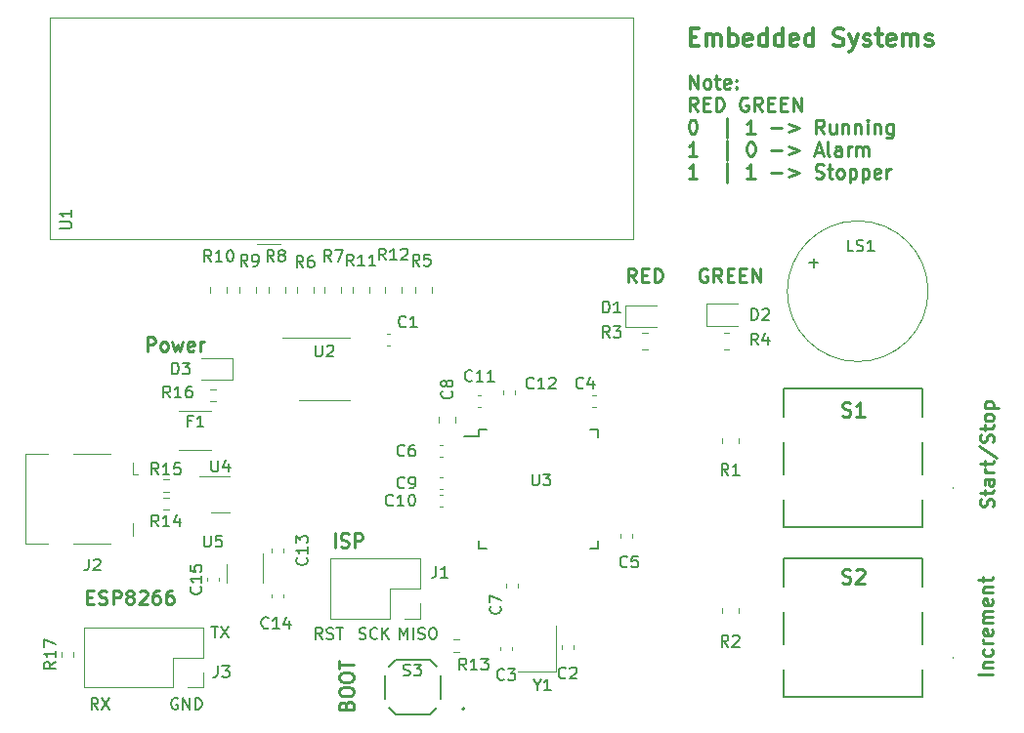
<source format=gbr>
%TF.GenerationSoftware,KiCad,Pcbnew,7.0.1*%
%TF.CreationDate,2023-04-05T02:41:21-06:00*%
%TF.ProjectId,Phase_B_ATMEGA,50686173-655f-4425-9f41-544d4547412e,rev?*%
%TF.SameCoordinates,Original*%
%TF.FileFunction,Legend,Top*%
%TF.FilePolarity,Positive*%
%FSLAX46Y46*%
G04 Gerber Fmt 4.6, Leading zero omitted, Abs format (unit mm)*
G04 Created by KiCad (PCBNEW 7.0.1) date 2023-04-05 02:41:21*
%MOMM*%
%LPD*%
G01*
G04 APERTURE LIST*
%ADD10C,0.150000*%
%ADD11C,0.240000*%
%ADD12C,0.300000*%
%ADD13C,0.254000*%
%ADD14C,0.120000*%
%ADD15C,0.127000*%
%ADD16C,0.200000*%
%ADD17C,0.100000*%
G04 APERTURE END LIST*
D10*
X96393095Y-101824619D02*
X96964523Y-101824619D01*
X96678809Y-102824619D02*
X96678809Y-101824619D01*
X97202619Y-101824619D02*
X97869285Y-102824619D01*
X97869285Y-101824619D02*
X97202619Y-102824619D01*
D11*
X133178428Y-71989142D02*
X132778428Y-71417714D01*
X132492714Y-71989142D02*
X132492714Y-70789142D01*
X132492714Y-70789142D02*
X132949857Y-70789142D01*
X132949857Y-70789142D02*
X133064142Y-70846285D01*
X133064142Y-70846285D02*
X133121285Y-70903428D01*
X133121285Y-70903428D02*
X133178428Y-71017714D01*
X133178428Y-71017714D02*
X133178428Y-71189142D01*
X133178428Y-71189142D02*
X133121285Y-71303428D01*
X133121285Y-71303428D02*
X133064142Y-71360571D01*
X133064142Y-71360571D02*
X132949857Y-71417714D01*
X132949857Y-71417714D02*
X132492714Y-71417714D01*
X133692714Y-71360571D02*
X134092714Y-71360571D01*
X134264142Y-71989142D02*
X133692714Y-71989142D01*
X133692714Y-71989142D02*
X133692714Y-70789142D01*
X133692714Y-70789142D02*
X134264142Y-70789142D01*
X134778428Y-71989142D02*
X134778428Y-70789142D01*
X134778428Y-70789142D02*
X135064142Y-70789142D01*
X135064142Y-70789142D02*
X135235571Y-70846285D01*
X135235571Y-70846285D02*
X135349856Y-70960571D01*
X135349856Y-70960571D02*
X135406999Y-71074857D01*
X135406999Y-71074857D02*
X135464142Y-71303428D01*
X135464142Y-71303428D02*
X135464142Y-71474857D01*
X135464142Y-71474857D02*
X135406999Y-71703428D01*
X135406999Y-71703428D02*
X135349856Y-71817714D01*
X135349856Y-71817714D02*
X135235571Y-71932000D01*
X135235571Y-71932000D02*
X135064142Y-71989142D01*
X135064142Y-71989142D02*
X134778428Y-71989142D01*
D12*
X137898142Y-50719714D02*
X138398142Y-50719714D01*
X138612428Y-51505428D02*
X137898142Y-51505428D01*
X137898142Y-51505428D02*
X137898142Y-50005428D01*
X137898142Y-50005428D02*
X138612428Y-50005428D01*
X139255285Y-51505428D02*
X139255285Y-50505428D01*
X139255285Y-50648285D02*
X139326714Y-50576857D01*
X139326714Y-50576857D02*
X139469571Y-50505428D01*
X139469571Y-50505428D02*
X139683857Y-50505428D01*
X139683857Y-50505428D02*
X139826714Y-50576857D01*
X139826714Y-50576857D02*
X139898143Y-50719714D01*
X139898143Y-50719714D02*
X139898143Y-51505428D01*
X139898143Y-50719714D02*
X139969571Y-50576857D01*
X139969571Y-50576857D02*
X140112428Y-50505428D01*
X140112428Y-50505428D02*
X140326714Y-50505428D01*
X140326714Y-50505428D02*
X140469571Y-50576857D01*
X140469571Y-50576857D02*
X140541000Y-50719714D01*
X140541000Y-50719714D02*
X140541000Y-51505428D01*
X141255285Y-51505428D02*
X141255285Y-50005428D01*
X141255285Y-50576857D02*
X141398143Y-50505428D01*
X141398143Y-50505428D02*
X141683857Y-50505428D01*
X141683857Y-50505428D02*
X141826714Y-50576857D01*
X141826714Y-50576857D02*
X141898143Y-50648285D01*
X141898143Y-50648285D02*
X141969571Y-50791142D01*
X141969571Y-50791142D02*
X141969571Y-51219714D01*
X141969571Y-51219714D02*
X141898143Y-51362571D01*
X141898143Y-51362571D02*
X141826714Y-51434000D01*
X141826714Y-51434000D02*
X141683857Y-51505428D01*
X141683857Y-51505428D02*
X141398143Y-51505428D01*
X141398143Y-51505428D02*
X141255285Y-51434000D01*
X143183857Y-51434000D02*
X143041000Y-51505428D01*
X143041000Y-51505428D02*
X142755286Y-51505428D01*
X142755286Y-51505428D02*
X142612428Y-51434000D01*
X142612428Y-51434000D02*
X142541000Y-51291142D01*
X142541000Y-51291142D02*
X142541000Y-50719714D01*
X142541000Y-50719714D02*
X142612428Y-50576857D01*
X142612428Y-50576857D02*
X142755286Y-50505428D01*
X142755286Y-50505428D02*
X143041000Y-50505428D01*
X143041000Y-50505428D02*
X143183857Y-50576857D01*
X143183857Y-50576857D02*
X143255286Y-50719714D01*
X143255286Y-50719714D02*
X143255286Y-50862571D01*
X143255286Y-50862571D02*
X142541000Y-51005428D01*
X144541000Y-51505428D02*
X144541000Y-50005428D01*
X144541000Y-51434000D02*
X144398142Y-51505428D01*
X144398142Y-51505428D02*
X144112428Y-51505428D01*
X144112428Y-51505428D02*
X143969571Y-51434000D01*
X143969571Y-51434000D02*
X143898142Y-51362571D01*
X143898142Y-51362571D02*
X143826714Y-51219714D01*
X143826714Y-51219714D02*
X143826714Y-50791142D01*
X143826714Y-50791142D02*
X143898142Y-50648285D01*
X143898142Y-50648285D02*
X143969571Y-50576857D01*
X143969571Y-50576857D02*
X144112428Y-50505428D01*
X144112428Y-50505428D02*
X144398142Y-50505428D01*
X144398142Y-50505428D02*
X144541000Y-50576857D01*
X145898143Y-51505428D02*
X145898143Y-50005428D01*
X145898143Y-51434000D02*
X145755285Y-51505428D01*
X145755285Y-51505428D02*
X145469571Y-51505428D01*
X145469571Y-51505428D02*
X145326714Y-51434000D01*
X145326714Y-51434000D02*
X145255285Y-51362571D01*
X145255285Y-51362571D02*
X145183857Y-51219714D01*
X145183857Y-51219714D02*
X145183857Y-50791142D01*
X145183857Y-50791142D02*
X145255285Y-50648285D01*
X145255285Y-50648285D02*
X145326714Y-50576857D01*
X145326714Y-50576857D02*
X145469571Y-50505428D01*
X145469571Y-50505428D02*
X145755285Y-50505428D01*
X145755285Y-50505428D02*
X145898143Y-50576857D01*
X147183857Y-51434000D02*
X147041000Y-51505428D01*
X147041000Y-51505428D02*
X146755286Y-51505428D01*
X146755286Y-51505428D02*
X146612428Y-51434000D01*
X146612428Y-51434000D02*
X146541000Y-51291142D01*
X146541000Y-51291142D02*
X146541000Y-50719714D01*
X146541000Y-50719714D02*
X146612428Y-50576857D01*
X146612428Y-50576857D02*
X146755286Y-50505428D01*
X146755286Y-50505428D02*
X147041000Y-50505428D01*
X147041000Y-50505428D02*
X147183857Y-50576857D01*
X147183857Y-50576857D02*
X147255286Y-50719714D01*
X147255286Y-50719714D02*
X147255286Y-50862571D01*
X147255286Y-50862571D02*
X146541000Y-51005428D01*
X148541000Y-51505428D02*
X148541000Y-50005428D01*
X148541000Y-51434000D02*
X148398142Y-51505428D01*
X148398142Y-51505428D02*
X148112428Y-51505428D01*
X148112428Y-51505428D02*
X147969571Y-51434000D01*
X147969571Y-51434000D02*
X147898142Y-51362571D01*
X147898142Y-51362571D02*
X147826714Y-51219714D01*
X147826714Y-51219714D02*
X147826714Y-50791142D01*
X147826714Y-50791142D02*
X147898142Y-50648285D01*
X147898142Y-50648285D02*
X147969571Y-50576857D01*
X147969571Y-50576857D02*
X148112428Y-50505428D01*
X148112428Y-50505428D02*
X148398142Y-50505428D01*
X148398142Y-50505428D02*
X148541000Y-50576857D01*
X150326714Y-51434000D02*
X150541000Y-51505428D01*
X150541000Y-51505428D02*
X150898142Y-51505428D01*
X150898142Y-51505428D02*
X151041000Y-51434000D01*
X151041000Y-51434000D02*
X151112428Y-51362571D01*
X151112428Y-51362571D02*
X151183857Y-51219714D01*
X151183857Y-51219714D02*
X151183857Y-51076857D01*
X151183857Y-51076857D02*
X151112428Y-50934000D01*
X151112428Y-50934000D02*
X151041000Y-50862571D01*
X151041000Y-50862571D02*
X150898142Y-50791142D01*
X150898142Y-50791142D02*
X150612428Y-50719714D01*
X150612428Y-50719714D02*
X150469571Y-50648285D01*
X150469571Y-50648285D02*
X150398142Y-50576857D01*
X150398142Y-50576857D02*
X150326714Y-50434000D01*
X150326714Y-50434000D02*
X150326714Y-50291142D01*
X150326714Y-50291142D02*
X150398142Y-50148285D01*
X150398142Y-50148285D02*
X150469571Y-50076857D01*
X150469571Y-50076857D02*
X150612428Y-50005428D01*
X150612428Y-50005428D02*
X150969571Y-50005428D01*
X150969571Y-50005428D02*
X151183857Y-50076857D01*
X151683856Y-50505428D02*
X152040999Y-51505428D01*
X152398142Y-50505428D02*
X152040999Y-51505428D01*
X152040999Y-51505428D02*
X151898142Y-51862571D01*
X151898142Y-51862571D02*
X151826713Y-51934000D01*
X151826713Y-51934000D02*
X151683856Y-52005428D01*
X152898142Y-51434000D02*
X153040999Y-51505428D01*
X153040999Y-51505428D02*
X153326713Y-51505428D01*
X153326713Y-51505428D02*
X153469570Y-51434000D01*
X153469570Y-51434000D02*
X153540999Y-51291142D01*
X153540999Y-51291142D02*
X153540999Y-51219714D01*
X153540999Y-51219714D02*
X153469570Y-51076857D01*
X153469570Y-51076857D02*
X153326713Y-51005428D01*
X153326713Y-51005428D02*
X153112428Y-51005428D01*
X153112428Y-51005428D02*
X152969570Y-50934000D01*
X152969570Y-50934000D02*
X152898142Y-50791142D01*
X152898142Y-50791142D02*
X152898142Y-50719714D01*
X152898142Y-50719714D02*
X152969570Y-50576857D01*
X152969570Y-50576857D02*
X153112428Y-50505428D01*
X153112428Y-50505428D02*
X153326713Y-50505428D01*
X153326713Y-50505428D02*
X153469570Y-50576857D01*
X153969571Y-50505428D02*
X154540999Y-50505428D01*
X154183856Y-50005428D02*
X154183856Y-51291142D01*
X154183856Y-51291142D02*
X154255285Y-51434000D01*
X154255285Y-51434000D02*
X154398142Y-51505428D01*
X154398142Y-51505428D02*
X154540999Y-51505428D01*
X155612428Y-51434000D02*
X155469571Y-51505428D01*
X155469571Y-51505428D02*
X155183857Y-51505428D01*
X155183857Y-51505428D02*
X155040999Y-51434000D01*
X155040999Y-51434000D02*
X154969571Y-51291142D01*
X154969571Y-51291142D02*
X154969571Y-50719714D01*
X154969571Y-50719714D02*
X155040999Y-50576857D01*
X155040999Y-50576857D02*
X155183857Y-50505428D01*
X155183857Y-50505428D02*
X155469571Y-50505428D01*
X155469571Y-50505428D02*
X155612428Y-50576857D01*
X155612428Y-50576857D02*
X155683857Y-50719714D01*
X155683857Y-50719714D02*
X155683857Y-50862571D01*
X155683857Y-50862571D02*
X154969571Y-51005428D01*
X156326713Y-51505428D02*
X156326713Y-50505428D01*
X156326713Y-50648285D02*
X156398142Y-50576857D01*
X156398142Y-50576857D02*
X156540999Y-50505428D01*
X156540999Y-50505428D02*
X156755285Y-50505428D01*
X156755285Y-50505428D02*
X156898142Y-50576857D01*
X156898142Y-50576857D02*
X156969571Y-50719714D01*
X156969571Y-50719714D02*
X156969571Y-51505428D01*
X156969571Y-50719714D02*
X157040999Y-50576857D01*
X157040999Y-50576857D02*
X157183856Y-50505428D01*
X157183856Y-50505428D02*
X157398142Y-50505428D01*
X157398142Y-50505428D02*
X157540999Y-50576857D01*
X157540999Y-50576857D02*
X157612428Y-50719714D01*
X157612428Y-50719714D02*
X157612428Y-51505428D01*
X158255285Y-51434000D02*
X158398142Y-51505428D01*
X158398142Y-51505428D02*
X158683856Y-51505428D01*
X158683856Y-51505428D02*
X158826713Y-51434000D01*
X158826713Y-51434000D02*
X158898142Y-51291142D01*
X158898142Y-51291142D02*
X158898142Y-51219714D01*
X158898142Y-51219714D02*
X158826713Y-51076857D01*
X158826713Y-51076857D02*
X158683856Y-51005428D01*
X158683856Y-51005428D02*
X158469571Y-51005428D01*
X158469571Y-51005428D02*
X158326713Y-50934000D01*
X158326713Y-50934000D02*
X158255285Y-50791142D01*
X158255285Y-50791142D02*
X158255285Y-50719714D01*
X158255285Y-50719714D02*
X158326713Y-50576857D01*
X158326713Y-50576857D02*
X158469571Y-50505428D01*
X158469571Y-50505428D02*
X158683856Y-50505428D01*
X158683856Y-50505428D02*
X158826713Y-50576857D01*
D10*
X106005380Y-102951619D02*
X105672047Y-102475428D01*
X105433952Y-102951619D02*
X105433952Y-101951619D01*
X105433952Y-101951619D02*
X105814904Y-101951619D01*
X105814904Y-101951619D02*
X105910142Y-101999238D01*
X105910142Y-101999238D02*
X105957761Y-102046857D01*
X105957761Y-102046857D02*
X106005380Y-102142095D01*
X106005380Y-102142095D02*
X106005380Y-102284952D01*
X106005380Y-102284952D02*
X105957761Y-102380190D01*
X105957761Y-102380190D02*
X105910142Y-102427809D01*
X105910142Y-102427809D02*
X105814904Y-102475428D01*
X105814904Y-102475428D02*
X105433952Y-102475428D01*
X106386333Y-102904000D02*
X106529190Y-102951619D01*
X106529190Y-102951619D02*
X106767285Y-102951619D01*
X106767285Y-102951619D02*
X106862523Y-102904000D01*
X106862523Y-102904000D02*
X106910142Y-102856380D01*
X106910142Y-102856380D02*
X106957761Y-102761142D01*
X106957761Y-102761142D02*
X106957761Y-102665904D01*
X106957761Y-102665904D02*
X106910142Y-102570666D01*
X106910142Y-102570666D02*
X106862523Y-102523047D01*
X106862523Y-102523047D02*
X106767285Y-102475428D01*
X106767285Y-102475428D02*
X106576809Y-102427809D01*
X106576809Y-102427809D02*
X106481571Y-102380190D01*
X106481571Y-102380190D02*
X106433952Y-102332571D01*
X106433952Y-102332571D02*
X106386333Y-102237333D01*
X106386333Y-102237333D02*
X106386333Y-102142095D01*
X106386333Y-102142095D02*
X106433952Y-102046857D01*
X106433952Y-102046857D02*
X106481571Y-101999238D01*
X106481571Y-101999238D02*
X106576809Y-101951619D01*
X106576809Y-101951619D02*
X106814904Y-101951619D01*
X106814904Y-101951619D02*
X106957761Y-101999238D01*
X107243476Y-101951619D02*
X107814904Y-101951619D01*
X107529190Y-102951619D02*
X107529190Y-101951619D01*
D11*
X107092714Y-94976142D02*
X107092714Y-93776142D01*
X107607000Y-94919000D02*
X107778429Y-94976142D01*
X107778429Y-94976142D02*
X108064143Y-94976142D01*
X108064143Y-94976142D02*
X108178429Y-94919000D01*
X108178429Y-94919000D02*
X108235571Y-94861857D01*
X108235571Y-94861857D02*
X108292714Y-94747571D01*
X108292714Y-94747571D02*
X108292714Y-94633285D01*
X108292714Y-94633285D02*
X108235571Y-94519000D01*
X108235571Y-94519000D02*
X108178429Y-94461857D01*
X108178429Y-94461857D02*
X108064143Y-94404714D01*
X108064143Y-94404714D02*
X107835571Y-94347571D01*
X107835571Y-94347571D02*
X107721286Y-94290428D01*
X107721286Y-94290428D02*
X107664143Y-94233285D01*
X107664143Y-94233285D02*
X107607000Y-94119000D01*
X107607000Y-94119000D02*
X107607000Y-94004714D01*
X107607000Y-94004714D02*
X107664143Y-93890428D01*
X107664143Y-93890428D02*
X107721286Y-93833285D01*
X107721286Y-93833285D02*
X107835571Y-93776142D01*
X107835571Y-93776142D02*
X108121286Y-93776142D01*
X108121286Y-93776142D02*
X108292714Y-93833285D01*
X108807000Y-94976142D02*
X108807000Y-93776142D01*
X108807000Y-93776142D02*
X109264143Y-93776142D01*
X109264143Y-93776142D02*
X109378428Y-93833285D01*
X109378428Y-93833285D02*
X109435571Y-93890428D01*
X109435571Y-93890428D02*
X109492714Y-94004714D01*
X109492714Y-94004714D02*
X109492714Y-94176142D01*
X109492714Y-94176142D02*
X109435571Y-94290428D01*
X109435571Y-94290428D02*
X109378428Y-94347571D01*
X109378428Y-94347571D02*
X109264143Y-94404714D01*
X109264143Y-94404714D02*
X108807000Y-94404714D01*
X164134000Y-91465428D02*
X164191142Y-91294000D01*
X164191142Y-91294000D02*
X164191142Y-91008285D01*
X164191142Y-91008285D02*
X164134000Y-90894000D01*
X164134000Y-90894000D02*
X164076857Y-90836857D01*
X164076857Y-90836857D02*
X163962571Y-90779714D01*
X163962571Y-90779714D02*
X163848285Y-90779714D01*
X163848285Y-90779714D02*
X163734000Y-90836857D01*
X163734000Y-90836857D02*
X163676857Y-90894000D01*
X163676857Y-90894000D02*
X163619714Y-91008285D01*
X163619714Y-91008285D02*
X163562571Y-91236857D01*
X163562571Y-91236857D02*
X163505428Y-91351142D01*
X163505428Y-91351142D02*
X163448285Y-91408285D01*
X163448285Y-91408285D02*
X163334000Y-91465428D01*
X163334000Y-91465428D02*
X163219714Y-91465428D01*
X163219714Y-91465428D02*
X163105428Y-91408285D01*
X163105428Y-91408285D02*
X163048285Y-91351142D01*
X163048285Y-91351142D02*
X162991142Y-91236857D01*
X162991142Y-91236857D02*
X162991142Y-90951142D01*
X162991142Y-90951142D02*
X163048285Y-90779714D01*
X163391142Y-90436857D02*
X163391142Y-89979714D01*
X162991142Y-90265428D02*
X164019714Y-90265428D01*
X164019714Y-90265428D02*
X164134000Y-90208285D01*
X164134000Y-90208285D02*
X164191142Y-90094000D01*
X164191142Y-90094000D02*
X164191142Y-89979714D01*
X164191142Y-89065429D02*
X163562571Y-89065429D01*
X163562571Y-89065429D02*
X163448285Y-89122571D01*
X163448285Y-89122571D02*
X163391142Y-89236857D01*
X163391142Y-89236857D02*
X163391142Y-89465429D01*
X163391142Y-89465429D02*
X163448285Y-89579714D01*
X164134000Y-89065429D02*
X164191142Y-89179714D01*
X164191142Y-89179714D02*
X164191142Y-89465429D01*
X164191142Y-89465429D02*
X164134000Y-89579714D01*
X164134000Y-89579714D02*
X164019714Y-89636857D01*
X164019714Y-89636857D02*
X163905428Y-89636857D01*
X163905428Y-89636857D02*
X163791142Y-89579714D01*
X163791142Y-89579714D02*
X163734000Y-89465429D01*
X163734000Y-89465429D02*
X163734000Y-89179714D01*
X163734000Y-89179714D02*
X163676857Y-89065429D01*
X164191142Y-88494000D02*
X163391142Y-88494000D01*
X163619714Y-88494000D02*
X163505428Y-88436857D01*
X163505428Y-88436857D02*
X163448285Y-88379715D01*
X163448285Y-88379715D02*
X163391142Y-88265429D01*
X163391142Y-88265429D02*
X163391142Y-88151143D01*
X163391142Y-87922572D02*
X163391142Y-87465429D01*
X162991142Y-87751143D02*
X164019714Y-87751143D01*
X164019714Y-87751143D02*
X164134000Y-87694000D01*
X164134000Y-87694000D02*
X164191142Y-87579715D01*
X164191142Y-87579715D02*
X164191142Y-87465429D01*
X162934000Y-86208286D02*
X164476857Y-87236858D01*
X164134000Y-85865429D02*
X164191142Y-85694001D01*
X164191142Y-85694001D02*
X164191142Y-85408286D01*
X164191142Y-85408286D02*
X164134000Y-85294001D01*
X164134000Y-85294001D02*
X164076857Y-85236858D01*
X164076857Y-85236858D02*
X163962571Y-85179715D01*
X163962571Y-85179715D02*
X163848285Y-85179715D01*
X163848285Y-85179715D02*
X163734000Y-85236858D01*
X163734000Y-85236858D02*
X163676857Y-85294001D01*
X163676857Y-85294001D02*
X163619714Y-85408286D01*
X163619714Y-85408286D02*
X163562571Y-85636858D01*
X163562571Y-85636858D02*
X163505428Y-85751143D01*
X163505428Y-85751143D02*
X163448285Y-85808286D01*
X163448285Y-85808286D02*
X163334000Y-85865429D01*
X163334000Y-85865429D02*
X163219714Y-85865429D01*
X163219714Y-85865429D02*
X163105428Y-85808286D01*
X163105428Y-85808286D02*
X163048285Y-85751143D01*
X163048285Y-85751143D02*
X162991142Y-85636858D01*
X162991142Y-85636858D02*
X162991142Y-85351143D01*
X162991142Y-85351143D02*
X163048285Y-85179715D01*
X163391142Y-84836858D02*
X163391142Y-84379715D01*
X162991142Y-84665429D02*
X164019714Y-84665429D01*
X164019714Y-84665429D02*
X164134000Y-84608286D01*
X164134000Y-84608286D02*
X164191142Y-84494001D01*
X164191142Y-84494001D02*
X164191142Y-84379715D01*
X164191142Y-83808287D02*
X164134000Y-83922572D01*
X164134000Y-83922572D02*
X164076857Y-83979715D01*
X164076857Y-83979715D02*
X163962571Y-84036858D01*
X163962571Y-84036858D02*
X163619714Y-84036858D01*
X163619714Y-84036858D02*
X163505428Y-83979715D01*
X163505428Y-83979715D02*
X163448285Y-83922572D01*
X163448285Y-83922572D02*
X163391142Y-83808287D01*
X163391142Y-83808287D02*
X163391142Y-83636858D01*
X163391142Y-83636858D02*
X163448285Y-83522572D01*
X163448285Y-83522572D02*
X163505428Y-83465430D01*
X163505428Y-83465430D02*
X163619714Y-83408287D01*
X163619714Y-83408287D02*
X163962571Y-83408287D01*
X163962571Y-83408287D02*
X164076857Y-83465430D01*
X164076857Y-83465430D02*
X164134000Y-83522572D01*
X164134000Y-83522572D02*
X164191142Y-83636858D01*
X164191142Y-83636858D02*
X164191142Y-83808287D01*
X163391142Y-82894001D02*
X164591142Y-82894001D01*
X163448285Y-82894001D02*
X163391142Y-82779716D01*
X163391142Y-82779716D02*
X163391142Y-82551144D01*
X163391142Y-82551144D02*
X163448285Y-82436858D01*
X163448285Y-82436858D02*
X163505428Y-82379716D01*
X163505428Y-82379716D02*
X163619714Y-82322573D01*
X163619714Y-82322573D02*
X163962571Y-82322573D01*
X163962571Y-82322573D02*
X164076857Y-82379716D01*
X164076857Y-82379716D02*
X164134000Y-82436858D01*
X164134000Y-82436858D02*
X164191142Y-82551144D01*
X164191142Y-82551144D02*
X164191142Y-82779716D01*
X164191142Y-82779716D02*
X164134000Y-82894001D01*
D10*
X86574333Y-109047619D02*
X86241000Y-108571428D01*
X86002905Y-109047619D02*
X86002905Y-108047619D01*
X86002905Y-108047619D02*
X86383857Y-108047619D01*
X86383857Y-108047619D02*
X86479095Y-108095238D01*
X86479095Y-108095238D02*
X86526714Y-108142857D01*
X86526714Y-108142857D02*
X86574333Y-108238095D01*
X86574333Y-108238095D02*
X86574333Y-108380952D01*
X86574333Y-108380952D02*
X86526714Y-108476190D01*
X86526714Y-108476190D02*
X86479095Y-108523809D01*
X86479095Y-108523809D02*
X86383857Y-108571428D01*
X86383857Y-108571428D02*
X86002905Y-108571428D01*
X86907667Y-108047619D02*
X87574333Y-109047619D01*
X87574333Y-108047619D02*
X86907667Y-109047619D01*
X109204286Y-102904000D02*
X109347143Y-102951619D01*
X109347143Y-102951619D02*
X109585238Y-102951619D01*
X109585238Y-102951619D02*
X109680476Y-102904000D01*
X109680476Y-102904000D02*
X109728095Y-102856380D01*
X109728095Y-102856380D02*
X109775714Y-102761142D01*
X109775714Y-102761142D02*
X109775714Y-102665904D01*
X109775714Y-102665904D02*
X109728095Y-102570666D01*
X109728095Y-102570666D02*
X109680476Y-102523047D01*
X109680476Y-102523047D02*
X109585238Y-102475428D01*
X109585238Y-102475428D02*
X109394762Y-102427809D01*
X109394762Y-102427809D02*
X109299524Y-102380190D01*
X109299524Y-102380190D02*
X109251905Y-102332571D01*
X109251905Y-102332571D02*
X109204286Y-102237333D01*
X109204286Y-102237333D02*
X109204286Y-102142095D01*
X109204286Y-102142095D02*
X109251905Y-102046857D01*
X109251905Y-102046857D02*
X109299524Y-101999238D01*
X109299524Y-101999238D02*
X109394762Y-101951619D01*
X109394762Y-101951619D02*
X109632857Y-101951619D01*
X109632857Y-101951619D02*
X109775714Y-101999238D01*
X110775714Y-102856380D02*
X110728095Y-102904000D01*
X110728095Y-102904000D02*
X110585238Y-102951619D01*
X110585238Y-102951619D02*
X110490000Y-102951619D01*
X110490000Y-102951619D02*
X110347143Y-102904000D01*
X110347143Y-102904000D02*
X110251905Y-102808761D01*
X110251905Y-102808761D02*
X110204286Y-102713523D01*
X110204286Y-102713523D02*
X110156667Y-102523047D01*
X110156667Y-102523047D02*
X110156667Y-102380190D01*
X110156667Y-102380190D02*
X110204286Y-102189714D01*
X110204286Y-102189714D02*
X110251905Y-102094476D01*
X110251905Y-102094476D02*
X110347143Y-101999238D01*
X110347143Y-101999238D02*
X110490000Y-101951619D01*
X110490000Y-101951619D02*
X110585238Y-101951619D01*
X110585238Y-101951619D02*
X110728095Y-101999238D01*
X110728095Y-101999238D02*
X110775714Y-102046857D01*
X111204286Y-102951619D02*
X111204286Y-101951619D01*
X111775714Y-102951619D02*
X111347143Y-102380190D01*
X111775714Y-101951619D02*
X111204286Y-102523047D01*
D11*
X137826714Y-55196142D02*
X137826714Y-53996142D01*
X137826714Y-53996142D02*
X138512428Y-55196142D01*
X138512428Y-55196142D02*
X138512428Y-53996142D01*
X139255285Y-55196142D02*
X139141000Y-55139000D01*
X139141000Y-55139000D02*
X139083857Y-55081857D01*
X139083857Y-55081857D02*
X139026714Y-54967571D01*
X139026714Y-54967571D02*
X139026714Y-54624714D01*
X139026714Y-54624714D02*
X139083857Y-54510428D01*
X139083857Y-54510428D02*
X139141000Y-54453285D01*
X139141000Y-54453285D02*
X139255285Y-54396142D01*
X139255285Y-54396142D02*
X139426714Y-54396142D01*
X139426714Y-54396142D02*
X139541000Y-54453285D01*
X139541000Y-54453285D02*
X139598143Y-54510428D01*
X139598143Y-54510428D02*
X139655285Y-54624714D01*
X139655285Y-54624714D02*
X139655285Y-54967571D01*
X139655285Y-54967571D02*
X139598143Y-55081857D01*
X139598143Y-55081857D02*
X139541000Y-55139000D01*
X139541000Y-55139000D02*
X139426714Y-55196142D01*
X139426714Y-55196142D02*
X139255285Y-55196142D01*
X139998142Y-54396142D02*
X140455285Y-54396142D01*
X140169571Y-53996142D02*
X140169571Y-55024714D01*
X140169571Y-55024714D02*
X140226714Y-55139000D01*
X140226714Y-55139000D02*
X140340999Y-55196142D01*
X140340999Y-55196142D02*
X140455285Y-55196142D01*
X141312428Y-55139000D02*
X141198142Y-55196142D01*
X141198142Y-55196142D02*
X140969571Y-55196142D01*
X140969571Y-55196142D02*
X140855285Y-55139000D01*
X140855285Y-55139000D02*
X140798142Y-55024714D01*
X140798142Y-55024714D02*
X140798142Y-54567571D01*
X140798142Y-54567571D02*
X140855285Y-54453285D01*
X140855285Y-54453285D02*
X140969571Y-54396142D01*
X140969571Y-54396142D02*
X141198142Y-54396142D01*
X141198142Y-54396142D02*
X141312428Y-54453285D01*
X141312428Y-54453285D02*
X141369571Y-54567571D01*
X141369571Y-54567571D02*
X141369571Y-54681857D01*
X141369571Y-54681857D02*
X140798142Y-54796142D01*
X141883856Y-55081857D02*
X141940999Y-55139000D01*
X141940999Y-55139000D02*
X141883856Y-55196142D01*
X141883856Y-55196142D02*
X141826713Y-55139000D01*
X141826713Y-55139000D02*
X141883856Y-55081857D01*
X141883856Y-55081857D02*
X141883856Y-55196142D01*
X141883856Y-54453285D02*
X141940999Y-54510428D01*
X141940999Y-54510428D02*
X141883856Y-54567571D01*
X141883856Y-54567571D02*
X141826713Y-54510428D01*
X141826713Y-54510428D02*
X141883856Y-54453285D01*
X141883856Y-54453285D02*
X141883856Y-54567571D01*
X138512428Y-57140142D02*
X138112428Y-56568714D01*
X137826714Y-57140142D02*
X137826714Y-55940142D01*
X137826714Y-55940142D02*
X138283857Y-55940142D01*
X138283857Y-55940142D02*
X138398142Y-55997285D01*
X138398142Y-55997285D02*
X138455285Y-56054428D01*
X138455285Y-56054428D02*
X138512428Y-56168714D01*
X138512428Y-56168714D02*
X138512428Y-56340142D01*
X138512428Y-56340142D02*
X138455285Y-56454428D01*
X138455285Y-56454428D02*
X138398142Y-56511571D01*
X138398142Y-56511571D02*
X138283857Y-56568714D01*
X138283857Y-56568714D02*
X137826714Y-56568714D01*
X139026714Y-56511571D02*
X139426714Y-56511571D01*
X139598142Y-57140142D02*
X139026714Y-57140142D01*
X139026714Y-57140142D02*
X139026714Y-55940142D01*
X139026714Y-55940142D02*
X139598142Y-55940142D01*
X140112428Y-57140142D02*
X140112428Y-55940142D01*
X140112428Y-55940142D02*
X140398142Y-55940142D01*
X140398142Y-55940142D02*
X140569571Y-55997285D01*
X140569571Y-55997285D02*
X140683856Y-56111571D01*
X140683856Y-56111571D02*
X140740999Y-56225857D01*
X140740999Y-56225857D02*
X140798142Y-56454428D01*
X140798142Y-56454428D02*
X140798142Y-56625857D01*
X140798142Y-56625857D02*
X140740999Y-56854428D01*
X140740999Y-56854428D02*
X140683856Y-56968714D01*
X140683856Y-56968714D02*
X140569571Y-57083000D01*
X140569571Y-57083000D02*
X140398142Y-57140142D01*
X140398142Y-57140142D02*
X140112428Y-57140142D01*
X142855285Y-55997285D02*
X142741000Y-55940142D01*
X142741000Y-55940142D02*
X142569571Y-55940142D01*
X142569571Y-55940142D02*
X142398142Y-55997285D01*
X142398142Y-55997285D02*
X142283857Y-56111571D01*
X142283857Y-56111571D02*
X142226714Y-56225857D01*
X142226714Y-56225857D02*
X142169571Y-56454428D01*
X142169571Y-56454428D02*
X142169571Y-56625857D01*
X142169571Y-56625857D02*
X142226714Y-56854428D01*
X142226714Y-56854428D02*
X142283857Y-56968714D01*
X142283857Y-56968714D02*
X142398142Y-57083000D01*
X142398142Y-57083000D02*
X142569571Y-57140142D01*
X142569571Y-57140142D02*
X142683857Y-57140142D01*
X142683857Y-57140142D02*
X142855285Y-57083000D01*
X142855285Y-57083000D02*
X142912428Y-57025857D01*
X142912428Y-57025857D02*
X142912428Y-56625857D01*
X142912428Y-56625857D02*
X142683857Y-56625857D01*
X144112428Y-57140142D02*
X143712428Y-56568714D01*
X143426714Y-57140142D02*
X143426714Y-55940142D01*
X143426714Y-55940142D02*
X143883857Y-55940142D01*
X143883857Y-55940142D02*
X143998142Y-55997285D01*
X143998142Y-55997285D02*
X144055285Y-56054428D01*
X144055285Y-56054428D02*
X144112428Y-56168714D01*
X144112428Y-56168714D02*
X144112428Y-56340142D01*
X144112428Y-56340142D02*
X144055285Y-56454428D01*
X144055285Y-56454428D02*
X143998142Y-56511571D01*
X143998142Y-56511571D02*
X143883857Y-56568714D01*
X143883857Y-56568714D02*
X143426714Y-56568714D01*
X144626714Y-56511571D02*
X145026714Y-56511571D01*
X145198142Y-57140142D02*
X144626714Y-57140142D01*
X144626714Y-57140142D02*
X144626714Y-55940142D01*
X144626714Y-55940142D02*
X145198142Y-55940142D01*
X145712428Y-56511571D02*
X146112428Y-56511571D01*
X146283856Y-57140142D02*
X145712428Y-57140142D01*
X145712428Y-57140142D02*
X145712428Y-55940142D01*
X145712428Y-55940142D02*
X146283856Y-55940142D01*
X146798142Y-57140142D02*
X146798142Y-55940142D01*
X146798142Y-55940142D02*
X147483856Y-57140142D01*
X147483856Y-57140142D02*
X147483856Y-55940142D01*
X138055285Y-57884142D02*
X138169571Y-57884142D01*
X138169571Y-57884142D02*
X138283857Y-57941285D01*
X138283857Y-57941285D02*
X138341000Y-57998428D01*
X138341000Y-57998428D02*
X138398142Y-58112714D01*
X138398142Y-58112714D02*
X138455285Y-58341285D01*
X138455285Y-58341285D02*
X138455285Y-58627000D01*
X138455285Y-58627000D02*
X138398142Y-58855571D01*
X138398142Y-58855571D02*
X138341000Y-58969857D01*
X138341000Y-58969857D02*
X138283857Y-59027000D01*
X138283857Y-59027000D02*
X138169571Y-59084142D01*
X138169571Y-59084142D02*
X138055285Y-59084142D01*
X138055285Y-59084142D02*
X137941000Y-59027000D01*
X137941000Y-59027000D02*
X137883857Y-58969857D01*
X137883857Y-58969857D02*
X137826714Y-58855571D01*
X137826714Y-58855571D02*
X137769571Y-58627000D01*
X137769571Y-58627000D02*
X137769571Y-58341285D01*
X137769571Y-58341285D02*
X137826714Y-58112714D01*
X137826714Y-58112714D02*
X137883857Y-57998428D01*
X137883857Y-57998428D02*
X137941000Y-57941285D01*
X137941000Y-57941285D02*
X138055285Y-57884142D01*
X141083857Y-59484142D02*
X141083857Y-57769857D01*
X143483857Y-59084142D02*
X142798143Y-59084142D01*
X143141000Y-59084142D02*
X143141000Y-57884142D01*
X143141000Y-57884142D02*
X143026714Y-58055571D01*
X143026714Y-58055571D02*
X142912429Y-58169857D01*
X142912429Y-58169857D02*
X142798143Y-58227000D01*
X144912429Y-58627000D02*
X145826715Y-58627000D01*
X146398143Y-58284142D02*
X147312429Y-58627000D01*
X147312429Y-58627000D02*
X146398143Y-58969857D01*
X149483857Y-59084142D02*
X149083857Y-58512714D01*
X148798143Y-59084142D02*
X148798143Y-57884142D01*
X148798143Y-57884142D02*
X149255286Y-57884142D01*
X149255286Y-57884142D02*
X149369571Y-57941285D01*
X149369571Y-57941285D02*
X149426714Y-57998428D01*
X149426714Y-57998428D02*
X149483857Y-58112714D01*
X149483857Y-58112714D02*
X149483857Y-58284142D01*
X149483857Y-58284142D02*
X149426714Y-58398428D01*
X149426714Y-58398428D02*
X149369571Y-58455571D01*
X149369571Y-58455571D02*
X149255286Y-58512714D01*
X149255286Y-58512714D02*
X148798143Y-58512714D01*
X150512429Y-58284142D02*
X150512429Y-59084142D01*
X149998143Y-58284142D02*
X149998143Y-58912714D01*
X149998143Y-58912714D02*
X150055286Y-59027000D01*
X150055286Y-59027000D02*
X150169571Y-59084142D01*
X150169571Y-59084142D02*
X150341000Y-59084142D01*
X150341000Y-59084142D02*
X150455286Y-59027000D01*
X150455286Y-59027000D02*
X150512429Y-58969857D01*
X151083857Y-58284142D02*
X151083857Y-59084142D01*
X151083857Y-58398428D02*
X151141000Y-58341285D01*
X151141000Y-58341285D02*
X151255285Y-58284142D01*
X151255285Y-58284142D02*
X151426714Y-58284142D01*
X151426714Y-58284142D02*
X151541000Y-58341285D01*
X151541000Y-58341285D02*
X151598143Y-58455571D01*
X151598143Y-58455571D02*
X151598143Y-59084142D01*
X152169571Y-58284142D02*
X152169571Y-59084142D01*
X152169571Y-58398428D02*
X152226714Y-58341285D01*
X152226714Y-58341285D02*
X152340999Y-58284142D01*
X152340999Y-58284142D02*
X152512428Y-58284142D01*
X152512428Y-58284142D02*
X152626714Y-58341285D01*
X152626714Y-58341285D02*
X152683857Y-58455571D01*
X152683857Y-58455571D02*
X152683857Y-59084142D01*
X153255285Y-59084142D02*
X153255285Y-58284142D01*
X153255285Y-57884142D02*
X153198142Y-57941285D01*
X153198142Y-57941285D02*
X153255285Y-57998428D01*
X153255285Y-57998428D02*
X153312428Y-57941285D01*
X153312428Y-57941285D02*
X153255285Y-57884142D01*
X153255285Y-57884142D02*
X153255285Y-57998428D01*
X153826714Y-58284142D02*
X153826714Y-59084142D01*
X153826714Y-58398428D02*
X153883857Y-58341285D01*
X153883857Y-58341285D02*
X153998142Y-58284142D01*
X153998142Y-58284142D02*
X154169571Y-58284142D01*
X154169571Y-58284142D02*
X154283857Y-58341285D01*
X154283857Y-58341285D02*
X154341000Y-58455571D01*
X154341000Y-58455571D02*
X154341000Y-59084142D01*
X155426714Y-58284142D02*
X155426714Y-59255571D01*
X155426714Y-59255571D02*
X155369571Y-59369857D01*
X155369571Y-59369857D02*
X155312428Y-59427000D01*
X155312428Y-59427000D02*
X155198142Y-59484142D01*
X155198142Y-59484142D02*
X155026714Y-59484142D01*
X155026714Y-59484142D02*
X154912428Y-59427000D01*
X155426714Y-59027000D02*
X155312428Y-59084142D01*
X155312428Y-59084142D02*
X155083856Y-59084142D01*
X155083856Y-59084142D02*
X154969571Y-59027000D01*
X154969571Y-59027000D02*
X154912428Y-58969857D01*
X154912428Y-58969857D02*
X154855285Y-58855571D01*
X154855285Y-58855571D02*
X154855285Y-58512714D01*
X154855285Y-58512714D02*
X154912428Y-58398428D01*
X154912428Y-58398428D02*
X154969571Y-58341285D01*
X154969571Y-58341285D02*
X155083856Y-58284142D01*
X155083856Y-58284142D02*
X155312428Y-58284142D01*
X155312428Y-58284142D02*
X155426714Y-58341285D01*
X138455285Y-61028142D02*
X137769571Y-61028142D01*
X138112428Y-61028142D02*
X138112428Y-59828142D01*
X138112428Y-59828142D02*
X137998142Y-59999571D01*
X137998142Y-59999571D02*
X137883857Y-60113857D01*
X137883857Y-60113857D02*
X137769571Y-60171000D01*
X141083857Y-61428142D02*
X141083857Y-59713857D01*
X143083857Y-59828142D02*
X143198143Y-59828142D01*
X143198143Y-59828142D02*
X143312429Y-59885285D01*
X143312429Y-59885285D02*
X143369572Y-59942428D01*
X143369572Y-59942428D02*
X143426714Y-60056714D01*
X143426714Y-60056714D02*
X143483857Y-60285285D01*
X143483857Y-60285285D02*
X143483857Y-60571000D01*
X143483857Y-60571000D02*
X143426714Y-60799571D01*
X143426714Y-60799571D02*
X143369572Y-60913857D01*
X143369572Y-60913857D02*
X143312429Y-60971000D01*
X143312429Y-60971000D02*
X143198143Y-61028142D01*
X143198143Y-61028142D02*
X143083857Y-61028142D01*
X143083857Y-61028142D02*
X142969572Y-60971000D01*
X142969572Y-60971000D02*
X142912429Y-60913857D01*
X142912429Y-60913857D02*
X142855286Y-60799571D01*
X142855286Y-60799571D02*
X142798143Y-60571000D01*
X142798143Y-60571000D02*
X142798143Y-60285285D01*
X142798143Y-60285285D02*
X142855286Y-60056714D01*
X142855286Y-60056714D02*
X142912429Y-59942428D01*
X142912429Y-59942428D02*
X142969572Y-59885285D01*
X142969572Y-59885285D02*
X143083857Y-59828142D01*
X144912429Y-60571000D02*
X145826715Y-60571000D01*
X146398143Y-60228142D02*
X147312429Y-60571000D01*
X147312429Y-60571000D02*
X146398143Y-60913857D01*
X148741000Y-60685285D02*
X149312429Y-60685285D01*
X148626714Y-61028142D02*
X149026714Y-59828142D01*
X149026714Y-59828142D02*
X149426714Y-61028142D01*
X149998142Y-61028142D02*
X149883857Y-60971000D01*
X149883857Y-60971000D02*
X149826714Y-60856714D01*
X149826714Y-60856714D02*
X149826714Y-59828142D01*
X150969571Y-61028142D02*
X150969571Y-60399571D01*
X150969571Y-60399571D02*
X150912428Y-60285285D01*
X150912428Y-60285285D02*
X150798142Y-60228142D01*
X150798142Y-60228142D02*
X150569571Y-60228142D01*
X150569571Y-60228142D02*
X150455285Y-60285285D01*
X150969571Y-60971000D02*
X150855285Y-61028142D01*
X150855285Y-61028142D02*
X150569571Y-61028142D01*
X150569571Y-61028142D02*
X150455285Y-60971000D01*
X150455285Y-60971000D02*
X150398142Y-60856714D01*
X150398142Y-60856714D02*
X150398142Y-60742428D01*
X150398142Y-60742428D02*
X150455285Y-60628142D01*
X150455285Y-60628142D02*
X150569571Y-60571000D01*
X150569571Y-60571000D02*
X150855285Y-60571000D01*
X150855285Y-60571000D02*
X150969571Y-60513857D01*
X151540999Y-61028142D02*
X151540999Y-60228142D01*
X151540999Y-60456714D02*
X151598142Y-60342428D01*
X151598142Y-60342428D02*
X151655285Y-60285285D01*
X151655285Y-60285285D02*
X151769570Y-60228142D01*
X151769570Y-60228142D02*
X151883856Y-60228142D01*
X152283856Y-61028142D02*
X152283856Y-60228142D01*
X152283856Y-60342428D02*
X152340999Y-60285285D01*
X152340999Y-60285285D02*
X152455284Y-60228142D01*
X152455284Y-60228142D02*
X152626713Y-60228142D01*
X152626713Y-60228142D02*
X152740999Y-60285285D01*
X152740999Y-60285285D02*
X152798142Y-60399571D01*
X152798142Y-60399571D02*
X152798142Y-61028142D01*
X152798142Y-60399571D02*
X152855284Y-60285285D01*
X152855284Y-60285285D02*
X152969570Y-60228142D01*
X152969570Y-60228142D02*
X153140999Y-60228142D01*
X153140999Y-60228142D02*
X153255284Y-60285285D01*
X153255284Y-60285285D02*
X153312427Y-60399571D01*
X153312427Y-60399571D02*
X153312427Y-61028142D01*
X138455285Y-62972142D02*
X137769571Y-62972142D01*
X138112428Y-62972142D02*
X138112428Y-61772142D01*
X138112428Y-61772142D02*
X137998142Y-61943571D01*
X137998142Y-61943571D02*
X137883857Y-62057857D01*
X137883857Y-62057857D02*
X137769571Y-62115000D01*
X141083857Y-63372142D02*
X141083857Y-61657857D01*
X143483857Y-62972142D02*
X142798143Y-62972142D01*
X143141000Y-62972142D02*
X143141000Y-61772142D01*
X143141000Y-61772142D02*
X143026714Y-61943571D01*
X143026714Y-61943571D02*
X142912429Y-62057857D01*
X142912429Y-62057857D02*
X142798143Y-62115000D01*
X144912429Y-62515000D02*
X145826715Y-62515000D01*
X146398143Y-62172142D02*
X147312429Y-62515000D01*
X147312429Y-62515000D02*
X146398143Y-62857857D01*
X148741000Y-62915000D02*
X148912429Y-62972142D01*
X148912429Y-62972142D02*
X149198143Y-62972142D01*
X149198143Y-62972142D02*
X149312429Y-62915000D01*
X149312429Y-62915000D02*
X149369571Y-62857857D01*
X149369571Y-62857857D02*
X149426714Y-62743571D01*
X149426714Y-62743571D02*
X149426714Y-62629285D01*
X149426714Y-62629285D02*
X149369571Y-62515000D01*
X149369571Y-62515000D02*
X149312429Y-62457857D01*
X149312429Y-62457857D02*
X149198143Y-62400714D01*
X149198143Y-62400714D02*
X148969571Y-62343571D01*
X148969571Y-62343571D02*
X148855286Y-62286428D01*
X148855286Y-62286428D02*
X148798143Y-62229285D01*
X148798143Y-62229285D02*
X148741000Y-62115000D01*
X148741000Y-62115000D02*
X148741000Y-62000714D01*
X148741000Y-62000714D02*
X148798143Y-61886428D01*
X148798143Y-61886428D02*
X148855286Y-61829285D01*
X148855286Y-61829285D02*
X148969571Y-61772142D01*
X148969571Y-61772142D02*
X149255286Y-61772142D01*
X149255286Y-61772142D02*
X149426714Y-61829285D01*
X149769571Y-62172142D02*
X150226714Y-62172142D01*
X149941000Y-61772142D02*
X149941000Y-62800714D01*
X149941000Y-62800714D02*
X149998143Y-62915000D01*
X149998143Y-62915000D02*
X150112428Y-62972142D01*
X150112428Y-62972142D02*
X150226714Y-62972142D01*
X150798142Y-62972142D02*
X150683857Y-62915000D01*
X150683857Y-62915000D02*
X150626714Y-62857857D01*
X150626714Y-62857857D02*
X150569571Y-62743571D01*
X150569571Y-62743571D02*
X150569571Y-62400714D01*
X150569571Y-62400714D02*
X150626714Y-62286428D01*
X150626714Y-62286428D02*
X150683857Y-62229285D01*
X150683857Y-62229285D02*
X150798142Y-62172142D01*
X150798142Y-62172142D02*
X150969571Y-62172142D01*
X150969571Y-62172142D02*
X151083857Y-62229285D01*
X151083857Y-62229285D02*
X151141000Y-62286428D01*
X151141000Y-62286428D02*
X151198142Y-62400714D01*
X151198142Y-62400714D02*
X151198142Y-62743571D01*
X151198142Y-62743571D02*
X151141000Y-62857857D01*
X151141000Y-62857857D02*
X151083857Y-62915000D01*
X151083857Y-62915000D02*
X150969571Y-62972142D01*
X150969571Y-62972142D02*
X150798142Y-62972142D01*
X151712428Y-62172142D02*
X151712428Y-63372142D01*
X151712428Y-62229285D02*
X151826714Y-62172142D01*
X151826714Y-62172142D02*
X152055285Y-62172142D01*
X152055285Y-62172142D02*
X152169571Y-62229285D01*
X152169571Y-62229285D02*
X152226714Y-62286428D01*
X152226714Y-62286428D02*
X152283856Y-62400714D01*
X152283856Y-62400714D02*
X152283856Y-62743571D01*
X152283856Y-62743571D02*
X152226714Y-62857857D01*
X152226714Y-62857857D02*
X152169571Y-62915000D01*
X152169571Y-62915000D02*
X152055285Y-62972142D01*
X152055285Y-62972142D02*
X151826714Y-62972142D01*
X151826714Y-62972142D02*
X151712428Y-62915000D01*
X152798142Y-62172142D02*
X152798142Y-63372142D01*
X152798142Y-62229285D02*
X152912428Y-62172142D01*
X152912428Y-62172142D02*
X153140999Y-62172142D01*
X153140999Y-62172142D02*
X153255285Y-62229285D01*
X153255285Y-62229285D02*
X153312428Y-62286428D01*
X153312428Y-62286428D02*
X153369570Y-62400714D01*
X153369570Y-62400714D02*
X153369570Y-62743571D01*
X153369570Y-62743571D02*
X153312428Y-62857857D01*
X153312428Y-62857857D02*
X153255285Y-62915000D01*
X153255285Y-62915000D02*
X153140999Y-62972142D01*
X153140999Y-62972142D02*
X152912428Y-62972142D01*
X152912428Y-62972142D02*
X152798142Y-62915000D01*
X154340999Y-62915000D02*
X154226713Y-62972142D01*
X154226713Y-62972142D02*
X153998142Y-62972142D01*
X153998142Y-62972142D02*
X153883856Y-62915000D01*
X153883856Y-62915000D02*
X153826713Y-62800714D01*
X153826713Y-62800714D02*
X153826713Y-62343571D01*
X153826713Y-62343571D02*
X153883856Y-62229285D01*
X153883856Y-62229285D02*
X153998142Y-62172142D01*
X153998142Y-62172142D02*
X154226713Y-62172142D01*
X154226713Y-62172142D02*
X154340999Y-62229285D01*
X154340999Y-62229285D02*
X154398142Y-62343571D01*
X154398142Y-62343571D02*
X154398142Y-62457857D01*
X154398142Y-62457857D02*
X153826713Y-62572142D01*
X154912427Y-62972142D02*
X154912427Y-62172142D01*
X154912427Y-62400714D02*
X154969570Y-62286428D01*
X154969570Y-62286428D02*
X155026713Y-62229285D01*
X155026713Y-62229285D02*
X155140998Y-62172142D01*
X155140998Y-62172142D02*
X155255284Y-62172142D01*
X164064142Y-106013285D02*
X162864142Y-106013285D01*
X163264142Y-105441856D02*
X164064142Y-105441856D01*
X163378428Y-105441856D02*
X163321285Y-105384713D01*
X163321285Y-105384713D02*
X163264142Y-105270428D01*
X163264142Y-105270428D02*
X163264142Y-105098999D01*
X163264142Y-105098999D02*
X163321285Y-104984713D01*
X163321285Y-104984713D02*
X163435571Y-104927571D01*
X163435571Y-104927571D02*
X164064142Y-104927571D01*
X164007000Y-103841857D02*
X164064142Y-103956142D01*
X164064142Y-103956142D02*
X164064142Y-104184714D01*
X164064142Y-104184714D02*
X164007000Y-104298999D01*
X164007000Y-104298999D02*
X163949857Y-104356142D01*
X163949857Y-104356142D02*
X163835571Y-104413285D01*
X163835571Y-104413285D02*
X163492714Y-104413285D01*
X163492714Y-104413285D02*
X163378428Y-104356142D01*
X163378428Y-104356142D02*
X163321285Y-104298999D01*
X163321285Y-104298999D02*
X163264142Y-104184714D01*
X163264142Y-104184714D02*
X163264142Y-103956142D01*
X163264142Y-103956142D02*
X163321285Y-103841857D01*
X164064142Y-103327571D02*
X163264142Y-103327571D01*
X163492714Y-103327571D02*
X163378428Y-103270428D01*
X163378428Y-103270428D02*
X163321285Y-103213286D01*
X163321285Y-103213286D02*
X163264142Y-103099000D01*
X163264142Y-103099000D02*
X163264142Y-102984714D01*
X164007000Y-102127571D02*
X164064142Y-102241857D01*
X164064142Y-102241857D02*
X164064142Y-102470429D01*
X164064142Y-102470429D02*
X164007000Y-102584714D01*
X164007000Y-102584714D02*
X163892714Y-102641857D01*
X163892714Y-102641857D02*
X163435571Y-102641857D01*
X163435571Y-102641857D02*
X163321285Y-102584714D01*
X163321285Y-102584714D02*
X163264142Y-102470429D01*
X163264142Y-102470429D02*
X163264142Y-102241857D01*
X163264142Y-102241857D02*
X163321285Y-102127571D01*
X163321285Y-102127571D02*
X163435571Y-102070429D01*
X163435571Y-102070429D02*
X163549857Y-102070429D01*
X163549857Y-102070429D02*
X163664142Y-102641857D01*
X164064142Y-101556143D02*
X163264142Y-101556143D01*
X163378428Y-101556143D02*
X163321285Y-101499000D01*
X163321285Y-101499000D02*
X163264142Y-101384715D01*
X163264142Y-101384715D02*
X163264142Y-101213286D01*
X163264142Y-101213286D02*
X163321285Y-101099000D01*
X163321285Y-101099000D02*
X163435571Y-101041858D01*
X163435571Y-101041858D02*
X164064142Y-101041858D01*
X163435571Y-101041858D02*
X163321285Y-100984715D01*
X163321285Y-100984715D02*
X163264142Y-100870429D01*
X163264142Y-100870429D02*
X163264142Y-100699000D01*
X163264142Y-100699000D02*
X163321285Y-100584715D01*
X163321285Y-100584715D02*
X163435571Y-100527572D01*
X163435571Y-100527572D02*
X164064142Y-100527572D01*
X164007000Y-99499000D02*
X164064142Y-99613286D01*
X164064142Y-99613286D02*
X164064142Y-99841858D01*
X164064142Y-99841858D02*
X164007000Y-99956143D01*
X164007000Y-99956143D02*
X163892714Y-100013286D01*
X163892714Y-100013286D02*
X163435571Y-100013286D01*
X163435571Y-100013286D02*
X163321285Y-99956143D01*
X163321285Y-99956143D02*
X163264142Y-99841858D01*
X163264142Y-99841858D02*
X163264142Y-99613286D01*
X163264142Y-99613286D02*
X163321285Y-99499000D01*
X163321285Y-99499000D02*
X163435571Y-99441858D01*
X163435571Y-99441858D02*
X163549857Y-99441858D01*
X163549857Y-99441858D02*
X163664142Y-100013286D01*
X163264142Y-98927572D02*
X164064142Y-98927572D01*
X163378428Y-98927572D02*
X163321285Y-98870429D01*
X163321285Y-98870429D02*
X163264142Y-98756144D01*
X163264142Y-98756144D02*
X163264142Y-98584715D01*
X163264142Y-98584715D02*
X163321285Y-98470429D01*
X163321285Y-98470429D02*
X163435571Y-98413287D01*
X163435571Y-98413287D02*
X164064142Y-98413287D01*
X163264142Y-98013287D02*
X163264142Y-97556144D01*
X162864142Y-97841858D02*
X163892714Y-97841858D01*
X163892714Y-97841858D02*
X164007000Y-97784715D01*
X164007000Y-97784715D02*
X164064142Y-97670430D01*
X164064142Y-97670430D02*
X164064142Y-97556144D01*
X85629714Y-99300571D02*
X86029714Y-99300571D01*
X86201142Y-99929142D02*
X85629714Y-99929142D01*
X85629714Y-99929142D02*
X85629714Y-98729142D01*
X85629714Y-98729142D02*
X86201142Y-98729142D01*
X86658285Y-99872000D02*
X86829714Y-99929142D01*
X86829714Y-99929142D02*
X87115428Y-99929142D01*
X87115428Y-99929142D02*
X87229714Y-99872000D01*
X87229714Y-99872000D02*
X87286856Y-99814857D01*
X87286856Y-99814857D02*
X87343999Y-99700571D01*
X87343999Y-99700571D02*
X87343999Y-99586285D01*
X87343999Y-99586285D02*
X87286856Y-99472000D01*
X87286856Y-99472000D02*
X87229714Y-99414857D01*
X87229714Y-99414857D02*
X87115428Y-99357714D01*
X87115428Y-99357714D02*
X86886856Y-99300571D01*
X86886856Y-99300571D02*
X86772571Y-99243428D01*
X86772571Y-99243428D02*
X86715428Y-99186285D01*
X86715428Y-99186285D02*
X86658285Y-99072000D01*
X86658285Y-99072000D02*
X86658285Y-98957714D01*
X86658285Y-98957714D02*
X86715428Y-98843428D01*
X86715428Y-98843428D02*
X86772571Y-98786285D01*
X86772571Y-98786285D02*
X86886856Y-98729142D01*
X86886856Y-98729142D02*
X87172571Y-98729142D01*
X87172571Y-98729142D02*
X87343999Y-98786285D01*
X87858285Y-99929142D02*
X87858285Y-98729142D01*
X87858285Y-98729142D02*
X88315428Y-98729142D01*
X88315428Y-98729142D02*
X88429713Y-98786285D01*
X88429713Y-98786285D02*
X88486856Y-98843428D01*
X88486856Y-98843428D02*
X88543999Y-98957714D01*
X88543999Y-98957714D02*
X88543999Y-99129142D01*
X88543999Y-99129142D02*
X88486856Y-99243428D01*
X88486856Y-99243428D02*
X88429713Y-99300571D01*
X88429713Y-99300571D02*
X88315428Y-99357714D01*
X88315428Y-99357714D02*
X87858285Y-99357714D01*
X89229713Y-99243428D02*
X89115428Y-99186285D01*
X89115428Y-99186285D02*
X89058285Y-99129142D01*
X89058285Y-99129142D02*
X89001142Y-99014857D01*
X89001142Y-99014857D02*
X89001142Y-98957714D01*
X89001142Y-98957714D02*
X89058285Y-98843428D01*
X89058285Y-98843428D02*
X89115428Y-98786285D01*
X89115428Y-98786285D02*
X89229713Y-98729142D01*
X89229713Y-98729142D02*
X89458285Y-98729142D01*
X89458285Y-98729142D02*
X89572571Y-98786285D01*
X89572571Y-98786285D02*
X89629713Y-98843428D01*
X89629713Y-98843428D02*
X89686856Y-98957714D01*
X89686856Y-98957714D02*
X89686856Y-99014857D01*
X89686856Y-99014857D02*
X89629713Y-99129142D01*
X89629713Y-99129142D02*
X89572571Y-99186285D01*
X89572571Y-99186285D02*
X89458285Y-99243428D01*
X89458285Y-99243428D02*
X89229713Y-99243428D01*
X89229713Y-99243428D02*
X89115428Y-99300571D01*
X89115428Y-99300571D02*
X89058285Y-99357714D01*
X89058285Y-99357714D02*
X89001142Y-99472000D01*
X89001142Y-99472000D02*
X89001142Y-99700571D01*
X89001142Y-99700571D02*
X89058285Y-99814857D01*
X89058285Y-99814857D02*
X89115428Y-99872000D01*
X89115428Y-99872000D02*
X89229713Y-99929142D01*
X89229713Y-99929142D02*
X89458285Y-99929142D01*
X89458285Y-99929142D02*
X89572571Y-99872000D01*
X89572571Y-99872000D02*
X89629713Y-99814857D01*
X89629713Y-99814857D02*
X89686856Y-99700571D01*
X89686856Y-99700571D02*
X89686856Y-99472000D01*
X89686856Y-99472000D02*
X89629713Y-99357714D01*
X89629713Y-99357714D02*
X89572571Y-99300571D01*
X89572571Y-99300571D02*
X89458285Y-99243428D01*
X90143999Y-98843428D02*
X90201142Y-98786285D01*
X90201142Y-98786285D02*
X90315428Y-98729142D01*
X90315428Y-98729142D02*
X90601142Y-98729142D01*
X90601142Y-98729142D02*
X90715428Y-98786285D01*
X90715428Y-98786285D02*
X90772570Y-98843428D01*
X90772570Y-98843428D02*
X90829713Y-98957714D01*
X90829713Y-98957714D02*
X90829713Y-99072000D01*
X90829713Y-99072000D02*
X90772570Y-99243428D01*
X90772570Y-99243428D02*
X90086856Y-99929142D01*
X90086856Y-99929142D02*
X90829713Y-99929142D01*
X91858285Y-98729142D02*
X91629713Y-98729142D01*
X91629713Y-98729142D02*
X91515427Y-98786285D01*
X91515427Y-98786285D02*
X91458285Y-98843428D01*
X91458285Y-98843428D02*
X91343999Y-99014857D01*
X91343999Y-99014857D02*
X91286856Y-99243428D01*
X91286856Y-99243428D02*
X91286856Y-99700571D01*
X91286856Y-99700571D02*
X91343999Y-99814857D01*
X91343999Y-99814857D02*
X91401142Y-99872000D01*
X91401142Y-99872000D02*
X91515427Y-99929142D01*
X91515427Y-99929142D02*
X91743999Y-99929142D01*
X91743999Y-99929142D02*
X91858285Y-99872000D01*
X91858285Y-99872000D02*
X91915427Y-99814857D01*
X91915427Y-99814857D02*
X91972570Y-99700571D01*
X91972570Y-99700571D02*
X91972570Y-99414857D01*
X91972570Y-99414857D02*
X91915427Y-99300571D01*
X91915427Y-99300571D02*
X91858285Y-99243428D01*
X91858285Y-99243428D02*
X91743999Y-99186285D01*
X91743999Y-99186285D02*
X91515427Y-99186285D01*
X91515427Y-99186285D02*
X91401142Y-99243428D01*
X91401142Y-99243428D02*
X91343999Y-99300571D01*
X91343999Y-99300571D02*
X91286856Y-99414857D01*
X93001142Y-98729142D02*
X92772570Y-98729142D01*
X92772570Y-98729142D02*
X92658284Y-98786285D01*
X92658284Y-98786285D02*
X92601142Y-98843428D01*
X92601142Y-98843428D02*
X92486856Y-99014857D01*
X92486856Y-99014857D02*
X92429713Y-99243428D01*
X92429713Y-99243428D02*
X92429713Y-99700571D01*
X92429713Y-99700571D02*
X92486856Y-99814857D01*
X92486856Y-99814857D02*
X92543999Y-99872000D01*
X92543999Y-99872000D02*
X92658284Y-99929142D01*
X92658284Y-99929142D02*
X92886856Y-99929142D01*
X92886856Y-99929142D02*
X93001142Y-99872000D01*
X93001142Y-99872000D02*
X93058284Y-99814857D01*
X93058284Y-99814857D02*
X93115427Y-99700571D01*
X93115427Y-99700571D02*
X93115427Y-99414857D01*
X93115427Y-99414857D02*
X93058284Y-99300571D01*
X93058284Y-99300571D02*
X93001142Y-99243428D01*
X93001142Y-99243428D02*
X92886856Y-99186285D01*
X92886856Y-99186285D02*
X92658284Y-99186285D01*
X92658284Y-99186285D02*
X92543999Y-99243428D01*
X92543999Y-99243428D02*
X92486856Y-99300571D01*
X92486856Y-99300571D02*
X92429713Y-99414857D01*
X90836714Y-77958142D02*
X90836714Y-76758142D01*
X90836714Y-76758142D02*
X91293857Y-76758142D01*
X91293857Y-76758142D02*
X91408142Y-76815285D01*
X91408142Y-76815285D02*
X91465285Y-76872428D01*
X91465285Y-76872428D02*
X91522428Y-76986714D01*
X91522428Y-76986714D02*
X91522428Y-77158142D01*
X91522428Y-77158142D02*
X91465285Y-77272428D01*
X91465285Y-77272428D02*
X91408142Y-77329571D01*
X91408142Y-77329571D02*
X91293857Y-77386714D01*
X91293857Y-77386714D02*
X90836714Y-77386714D01*
X92208142Y-77958142D02*
X92093857Y-77901000D01*
X92093857Y-77901000D02*
X92036714Y-77843857D01*
X92036714Y-77843857D02*
X91979571Y-77729571D01*
X91979571Y-77729571D02*
X91979571Y-77386714D01*
X91979571Y-77386714D02*
X92036714Y-77272428D01*
X92036714Y-77272428D02*
X92093857Y-77215285D01*
X92093857Y-77215285D02*
X92208142Y-77158142D01*
X92208142Y-77158142D02*
X92379571Y-77158142D01*
X92379571Y-77158142D02*
X92493857Y-77215285D01*
X92493857Y-77215285D02*
X92551000Y-77272428D01*
X92551000Y-77272428D02*
X92608142Y-77386714D01*
X92608142Y-77386714D02*
X92608142Y-77729571D01*
X92608142Y-77729571D02*
X92551000Y-77843857D01*
X92551000Y-77843857D02*
X92493857Y-77901000D01*
X92493857Y-77901000D02*
X92379571Y-77958142D01*
X92379571Y-77958142D02*
X92208142Y-77958142D01*
X93008142Y-77158142D02*
X93236714Y-77958142D01*
X93236714Y-77958142D02*
X93465285Y-77386714D01*
X93465285Y-77386714D02*
X93693856Y-77958142D01*
X93693856Y-77958142D02*
X93922428Y-77158142D01*
X94836714Y-77901000D02*
X94722428Y-77958142D01*
X94722428Y-77958142D02*
X94493857Y-77958142D01*
X94493857Y-77958142D02*
X94379571Y-77901000D01*
X94379571Y-77901000D02*
X94322428Y-77786714D01*
X94322428Y-77786714D02*
X94322428Y-77329571D01*
X94322428Y-77329571D02*
X94379571Y-77215285D01*
X94379571Y-77215285D02*
X94493857Y-77158142D01*
X94493857Y-77158142D02*
X94722428Y-77158142D01*
X94722428Y-77158142D02*
X94836714Y-77215285D01*
X94836714Y-77215285D02*
X94893857Y-77329571D01*
X94893857Y-77329571D02*
X94893857Y-77443857D01*
X94893857Y-77443857D02*
X94322428Y-77558142D01*
X95408142Y-77958142D02*
X95408142Y-77158142D01*
X95408142Y-77386714D02*
X95465285Y-77272428D01*
X95465285Y-77272428D02*
X95522428Y-77215285D01*
X95522428Y-77215285D02*
X95636713Y-77158142D01*
X95636713Y-77158142D02*
X95750999Y-77158142D01*
D10*
X112728572Y-102951619D02*
X112728572Y-101951619D01*
X112728572Y-101951619D02*
X113061905Y-102665904D01*
X113061905Y-102665904D02*
X113395238Y-101951619D01*
X113395238Y-101951619D02*
X113395238Y-102951619D01*
X113871429Y-102951619D02*
X113871429Y-101951619D01*
X114300000Y-102904000D02*
X114442857Y-102951619D01*
X114442857Y-102951619D02*
X114680952Y-102951619D01*
X114680952Y-102951619D02*
X114776190Y-102904000D01*
X114776190Y-102904000D02*
X114823809Y-102856380D01*
X114823809Y-102856380D02*
X114871428Y-102761142D01*
X114871428Y-102761142D02*
X114871428Y-102665904D01*
X114871428Y-102665904D02*
X114823809Y-102570666D01*
X114823809Y-102570666D02*
X114776190Y-102523047D01*
X114776190Y-102523047D02*
X114680952Y-102475428D01*
X114680952Y-102475428D02*
X114490476Y-102427809D01*
X114490476Y-102427809D02*
X114395238Y-102380190D01*
X114395238Y-102380190D02*
X114347619Y-102332571D01*
X114347619Y-102332571D02*
X114300000Y-102237333D01*
X114300000Y-102237333D02*
X114300000Y-102142095D01*
X114300000Y-102142095D02*
X114347619Y-102046857D01*
X114347619Y-102046857D02*
X114395238Y-101999238D01*
X114395238Y-101999238D02*
X114490476Y-101951619D01*
X114490476Y-101951619D02*
X114728571Y-101951619D01*
X114728571Y-101951619D02*
X114871428Y-101999238D01*
X115490476Y-101951619D02*
X115680952Y-101951619D01*
X115680952Y-101951619D02*
X115776190Y-101999238D01*
X115776190Y-101999238D02*
X115871428Y-102094476D01*
X115871428Y-102094476D02*
X115919047Y-102284952D01*
X115919047Y-102284952D02*
X115919047Y-102618285D01*
X115919047Y-102618285D02*
X115871428Y-102808761D01*
X115871428Y-102808761D02*
X115776190Y-102904000D01*
X115776190Y-102904000D02*
X115680952Y-102951619D01*
X115680952Y-102951619D02*
X115490476Y-102951619D01*
X115490476Y-102951619D02*
X115395238Y-102904000D01*
X115395238Y-102904000D02*
X115300000Y-102808761D01*
X115300000Y-102808761D02*
X115252381Y-102618285D01*
X115252381Y-102618285D02*
X115252381Y-102284952D01*
X115252381Y-102284952D02*
X115300000Y-102094476D01*
X115300000Y-102094476D02*
X115395238Y-101999238D01*
X115395238Y-101999238D02*
X115490476Y-101951619D01*
D11*
X139344285Y-70846285D02*
X139230000Y-70789142D01*
X139230000Y-70789142D02*
X139058571Y-70789142D01*
X139058571Y-70789142D02*
X138887142Y-70846285D01*
X138887142Y-70846285D02*
X138772857Y-70960571D01*
X138772857Y-70960571D02*
X138715714Y-71074857D01*
X138715714Y-71074857D02*
X138658571Y-71303428D01*
X138658571Y-71303428D02*
X138658571Y-71474857D01*
X138658571Y-71474857D02*
X138715714Y-71703428D01*
X138715714Y-71703428D02*
X138772857Y-71817714D01*
X138772857Y-71817714D02*
X138887142Y-71932000D01*
X138887142Y-71932000D02*
X139058571Y-71989142D01*
X139058571Y-71989142D02*
X139172857Y-71989142D01*
X139172857Y-71989142D02*
X139344285Y-71932000D01*
X139344285Y-71932000D02*
X139401428Y-71874857D01*
X139401428Y-71874857D02*
X139401428Y-71474857D01*
X139401428Y-71474857D02*
X139172857Y-71474857D01*
X140601428Y-71989142D02*
X140201428Y-71417714D01*
X139915714Y-71989142D02*
X139915714Y-70789142D01*
X139915714Y-70789142D02*
X140372857Y-70789142D01*
X140372857Y-70789142D02*
X140487142Y-70846285D01*
X140487142Y-70846285D02*
X140544285Y-70903428D01*
X140544285Y-70903428D02*
X140601428Y-71017714D01*
X140601428Y-71017714D02*
X140601428Y-71189142D01*
X140601428Y-71189142D02*
X140544285Y-71303428D01*
X140544285Y-71303428D02*
X140487142Y-71360571D01*
X140487142Y-71360571D02*
X140372857Y-71417714D01*
X140372857Y-71417714D02*
X139915714Y-71417714D01*
X141115714Y-71360571D02*
X141515714Y-71360571D01*
X141687142Y-71989142D02*
X141115714Y-71989142D01*
X141115714Y-71989142D02*
X141115714Y-70789142D01*
X141115714Y-70789142D02*
X141687142Y-70789142D01*
X142201428Y-71360571D02*
X142601428Y-71360571D01*
X142772856Y-71989142D02*
X142201428Y-71989142D01*
X142201428Y-71989142D02*
X142201428Y-70789142D01*
X142201428Y-70789142D02*
X142772856Y-70789142D01*
X143287142Y-71989142D02*
X143287142Y-70789142D01*
X143287142Y-70789142D02*
X143972856Y-71989142D01*
X143972856Y-71989142D02*
X143972856Y-70789142D01*
D10*
X93472095Y-108095238D02*
X93376857Y-108047619D01*
X93376857Y-108047619D02*
X93234000Y-108047619D01*
X93234000Y-108047619D02*
X93091143Y-108095238D01*
X93091143Y-108095238D02*
X92995905Y-108190476D01*
X92995905Y-108190476D02*
X92948286Y-108285714D01*
X92948286Y-108285714D02*
X92900667Y-108476190D01*
X92900667Y-108476190D02*
X92900667Y-108619047D01*
X92900667Y-108619047D02*
X92948286Y-108809523D01*
X92948286Y-108809523D02*
X92995905Y-108904761D01*
X92995905Y-108904761D02*
X93091143Y-109000000D01*
X93091143Y-109000000D02*
X93234000Y-109047619D01*
X93234000Y-109047619D02*
X93329238Y-109047619D01*
X93329238Y-109047619D02*
X93472095Y-109000000D01*
X93472095Y-109000000D02*
X93519714Y-108952380D01*
X93519714Y-108952380D02*
X93519714Y-108619047D01*
X93519714Y-108619047D02*
X93329238Y-108619047D01*
X93948286Y-109047619D02*
X93948286Y-108047619D01*
X93948286Y-108047619D02*
X94519714Y-109047619D01*
X94519714Y-109047619D02*
X94519714Y-108047619D01*
X94995905Y-109047619D02*
X94995905Y-108047619D01*
X94995905Y-108047619D02*
X95234000Y-108047619D01*
X95234000Y-108047619D02*
X95376857Y-108095238D01*
X95376857Y-108095238D02*
X95472095Y-108190476D01*
X95472095Y-108190476D02*
X95519714Y-108285714D01*
X95519714Y-108285714D02*
X95567333Y-108476190D01*
X95567333Y-108476190D02*
X95567333Y-108619047D01*
X95567333Y-108619047D02*
X95519714Y-108809523D01*
X95519714Y-108809523D02*
X95472095Y-108904761D01*
X95472095Y-108904761D02*
X95376857Y-109000000D01*
X95376857Y-109000000D02*
X95234000Y-109047619D01*
X95234000Y-109047619D02*
X94995905Y-109047619D01*
D11*
X108063571Y-108661285D02*
X108120714Y-108489857D01*
X108120714Y-108489857D02*
X108177857Y-108432714D01*
X108177857Y-108432714D02*
X108292142Y-108375571D01*
X108292142Y-108375571D02*
X108463571Y-108375571D01*
X108463571Y-108375571D02*
X108577857Y-108432714D01*
X108577857Y-108432714D02*
X108635000Y-108489857D01*
X108635000Y-108489857D02*
X108692142Y-108604142D01*
X108692142Y-108604142D02*
X108692142Y-109061285D01*
X108692142Y-109061285D02*
X107492142Y-109061285D01*
X107492142Y-109061285D02*
X107492142Y-108661285D01*
X107492142Y-108661285D02*
X107549285Y-108547000D01*
X107549285Y-108547000D02*
X107606428Y-108489857D01*
X107606428Y-108489857D02*
X107720714Y-108432714D01*
X107720714Y-108432714D02*
X107835000Y-108432714D01*
X107835000Y-108432714D02*
X107949285Y-108489857D01*
X107949285Y-108489857D02*
X108006428Y-108547000D01*
X108006428Y-108547000D02*
X108063571Y-108661285D01*
X108063571Y-108661285D02*
X108063571Y-109061285D01*
X107492142Y-107632714D02*
X107492142Y-107404142D01*
X107492142Y-107404142D02*
X107549285Y-107289857D01*
X107549285Y-107289857D02*
X107663571Y-107175571D01*
X107663571Y-107175571D02*
X107892142Y-107118428D01*
X107892142Y-107118428D02*
X108292142Y-107118428D01*
X108292142Y-107118428D02*
X108520714Y-107175571D01*
X108520714Y-107175571D02*
X108635000Y-107289857D01*
X108635000Y-107289857D02*
X108692142Y-107404142D01*
X108692142Y-107404142D02*
X108692142Y-107632714D01*
X108692142Y-107632714D02*
X108635000Y-107747000D01*
X108635000Y-107747000D02*
X108520714Y-107861285D01*
X108520714Y-107861285D02*
X108292142Y-107918428D01*
X108292142Y-107918428D02*
X107892142Y-107918428D01*
X107892142Y-107918428D02*
X107663571Y-107861285D01*
X107663571Y-107861285D02*
X107549285Y-107747000D01*
X107549285Y-107747000D02*
X107492142Y-107632714D01*
X107492142Y-106375571D02*
X107492142Y-106146999D01*
X107492142Y-106146999D02*
X107549285Y-106032714D01*
X107549285Y-106032714D02*
X107663571Y-105918428D01*
X107663571Y-105918428D02*
X107892142Y-105861285D01*
X107892142Y-105861285D02*
X108292142Y-105861285D01*
X108292142Y-105861285D02*
X108520714Y-105918428D01*
X108520714Y-105918428D02*
X108635000Y-106032714D01*
X108635000Y-106032714D02*
X108692142Y-106146999D01*
X108692142Y-106146999D02*
X108692142Y-106375571D01*
X108692142Y-106375571D02*
X108635000Y-106489857D01*
X108635000Y-106489857D02*
X108520714Y-106604142D01*
X108520714Y-106604142D02*
X108292142Y-106661285D01*
X108292142Y-106661285D02*
X107892142Y-106661285D01*
X107892142Y-106661285D02*
X107663571Y-106604142D01*
X107663571Y-106604142D02*
X107549285Y-106489857D01*
X107549285Y-106489857D02*
X107492142Y-106375571D01*
X107492142Y-105518428D02*
X107492142Y-104832714D01*
X108692142Y-105175571D02*
X107492142Y-105175571D01*
D10*
%TO.C,C2*%
X127087333Y-106285380D02*
X127039714Y-106333000D01*
X127039714Y-106333000D02*
X126896857Y-106380619D01*
X126896857Y-106380619D02*
X126801619Y-106380619D01*
X126801619Y-106380619D02*
X126658762Y-106333000D01*
X126658762Y-106333000D02*
X126563524Y-106237761D01*
X126563524Y-106237761D02*
X126515905Y-106142523D01*
X126515905Y-106142523D02*
X126468286Y-105952047D01*
X126468286Y-105952047D02*
X126468286Y-105809190D01*
X126468286Y-105809190D02*
X126515905Y-105618714D01*
X126515905Y-105618714D02*
X126563524Y-105523476D01*
X126563524Y-105523476D02*
X126658762Y-105428238D01*
X126658762Y-105428238D02*
X126801619Y-105380619D01*
X126801619Y-105380619D02*
X126896857Y-105380619D01*
X126896857Y-105380619D02*
X127039714Y-105428238D01*
X127039714Y-105428238D02*
X127087333Y-105475857D01*
X127468286Y-105475857D02*
X127515905Y-105428238D01*
X127515905Y-105428238D02*
X127611143Y-105380619D01*
X127611143Y-105380619D02*
X127849238Y-105380619D01*
X127849238Y-105380619D02*
X127944476Y-105428238D01*
X127944476Y-105428238D02*
X127992095Y-105475857D01*
X127992095Y-105475857D02*
X128039714Y-105571095D01*
X128039714Y-105571095D02*
X128039714Y-105666333D01*
X128039714Y-105666333D02*
X127992095Y-105809190D01*
X127992095Y-105809190D02*
X127420667Y-106380619D01*
X127420667Y-106380619D02*
X128039714Y-106380619D01*
%TO.C,C12*%
X124325142Y-81139380D02*
X124277523Y-81187000D01*
X124277523Y-81187000D02*
X124134666Y-81234619D01*
X124134666Y-81234619D02*
X124039428Y-81234619D01*
X124039428Y-81234619D02*
X123896571Y-81187000D01*
X123896571Y-81187000D02*
X123801333Y-81091761D01*
X123801333Y-81091761D02*
X123753714Y-80996523D01*
X123753714Y-80996523D02*
X123706095Y-80806047D01*
X123706095Y-80806047D02*
X123706095Y-80663190D01*
X123706095Y-80663190D02*
X123753714Y-80472714D01*
X123753714Y-80472714D02*
X123801333Y-80377476D01*
X123801333Y-80377476D02*
X123896571Y-80282238D01*
X123896571Y-80282238D02*
X124039428Y-80234619D01*
X124039428Y-80234619D02*
X124134666Y-80234619D01*
X124134666Y-80234619D02*
X124277523Y-80282238D01*
X124277523Y-80282238D02*
X124325142Y-80329857D01*
X125277523Y-81234619D02*
X124706095Y-81234619D01*
X124991809Y-81234619D02*
X124991809Y-80234619D01*
X124991809Y-80234619D02*
X124896571Y-80377476D01*
X124896571Y-80377476D02*
X124801333Y-80472714D01*
X124801333Y-80472714D02*
X124706095Y-80520333D01*
X125658476Y-80329857D02*
X125706095Y-80282238D01*
X125706095Y-80282238D02*
X125801333Y-80234619D01*
X125801333Y-80234619D02*
X126039428Y-80234619D01*
X126039428Y-80234619D02*
X126134666Y-80282238D01*
X126134666Y-80282238D02*
X126182285Y-80329857D01*
X126182285Y-80329857D02*
X126229904Y-80425095D01*
X126229904Y-80425095D02*
X126229904Y-80520333D01*
X126229904Y-80520333D02*
X126182285Y-80663190D01*
X126182285Y-80663190D02*
X125610857Y-81234619D01*
X125610857Y-81234619D02*
X126229904Y-81234619D01*
%TO.C,Y1*%
X124618809Y-106920428D02*
X124618809Y-107396619D01*
X124285476Y-106396619D02*
X124618809Y-106920428D01*
X124618809Y-106920428D02*
X124952142Y-106396619D01*
X125809285Y-107396619D02*
X125237857Y-107396619D01*
X125523571Y-107396619D02*
X125523571Y-106396619D01*
X125523571Y-106396619D02*
X125428333Y-106539476D01*
X125428333Y-106539476D02*
X125333095Y-106634714D01*
X125333095Y-106634714D02*
X125237857Y-106682333D01*
%TO.C,J1*%
X115871666Y-96617619D02*
X115871666Y-97331904D01*
X115871666Y-97331904D02*
X115824047Y-97474761D01*
X115824047Y-97474761D02*
X115728809Y-97570000D01*
X115728809Y-97570000D02*
X115585952Y-97617619D01*
X115585952Y-97617619D02*
X115490714Y-97617619D01*
X116871666Y-97617619D02*
X116300238Y-97617619D01*
X116585952Y-97617619D02*
X116585952Y-96617619D01*
X116585952Y-96617619D02*
X116490714Y-96760476D01*
X116490714Y-96760476D02*
X116395476Y-96855714D01*
X116395476Y-96855714D02*
X116300238Y-96903333D01*
%TO.C,C10*%
X112133142Y-91299380D02*
X112085523Y-91347000D01*
X112085523Y-91347000D02*
X111942666Y-91394619D01*
X111942666Y-91394619D02*
X111847428Y-91394619D01*
X111847428Y-91394619D02*
X111704571Y-91347000D01*
X111704571Y-91347000D02*
X111609333Y-91251761D01*
X111609333Y-91251761D02*
X111561714Y-91156523D01*
X111561714Y-91156523D02*
X111514095Y-90966047D01*
X111514095Y-90966047D02*
X111514095Y-90823190D01*
X111514095Y-90823190D02*
X111561714Y-90632714D01*
X111561714Y-90632714D02*
X111609333Y-90537476D01*
X111609333Y-90537476D02*
X111704571Y-90442238D01*
X111704571Y-90442238D02*
X111847428Y-90394619D01*
X111847428Y-90394619D02*
X111942666Y-90394619D01*
X111942666Y-90394619D02*
X112085523Y-90442238D01*
X112085523Y-90442238D02*
X112133142Y-90489857D01*
X113085523Y-91394619D02*
X112514095Y-91394619D01*
X112799809Y-91394619D02*
X112799809Y-90394619D01*
X112799809Y-90394619D02*
X112704571Y-90537476D01*
X112704571Y-90537476D02*
X112609333Y-90632714D01*
X112609333Y-90632714D02*
X112514095Y-90680333D01*
X113704571Y-90394619D02*
X113799809Y-90394619D01*
X113799809Y-90394619D02*
X113895047Y-90442238D01*
X113895047Y-90442238D02*
X113942666Y-90489857D01*
X113942666Y-90489857D02*
X113990285Y-90585095D01*
X113990285Y-90585095D02*
X114037904Y-90775571D01*
X114037904Y-90775571D02*
X114037904Y-91013666D01*
X114037904Y-91013666D02*
X113990285Y-91204142D01*
X113990285Y-91204142D02*
X113942666Y-91299380D01*
X113942666Y-91299380D02*
X113895047Y-91347000D01*
X113895047Y-91347000D02*
X113799809Y-91394619D01*
X113799809Y-91394619D02*
X113704571Y-91394619D01*
X113704571Y-91394619D02*
X113609333Y-91347000D01*
X113609333Y-91347000D02*
X113561714Y-91299380D01*
X113561714Y-91299380D02*
X113514095Y-91204142D01*
X113514095Y-91204142D02*
X113466476Y-91013666D01*
X113466476Y-91013666D02*
X113466476Y-90775571D01*
X113466476Y-90775571D02*
X113514095Y-90585095D01*
X113514095Y-90585095D02*
X113561714Y-90489857D01*
X113561714Y-90489857D02*
X113609333Y-90442238D01*
X113609333Y-90442238D02*
X113704571Y-90394619D01*
%TO.C,R8*%
X101814333Y-70185619D02*
X101481000Y-69709428D01*
X101242905Y-70185619D02*
X101242905Y-69185619D01*
X101242905Y-69185619D02*
X101623857Y-69185619D01*
X101623857Y-69185619D02*
X101719095Y-69233238D01*
X101719095Y-69233238D02*
X101766714Y-69280857D01*
X101766714Y-69280857D02*
X101814333Y-69376095D01*
X101814333Y-69376095D02*
X101814333Y-69518952D01*
X101814333Y-69518952D02*
X101766714Y-69614190D01*
X101766714Y-69614190D02*
X101719095Y-69661809D01*
X101719095Y-69661809D02*
X101623857Y-69709428D01*
X101623857Y-69709428D02*
X101242905Y-69709428D01*
X102385762Y-69614190D02*
X102290524Y-69566571D01*
X102290524Y-69566571D02*
X102242905Y-69518952D01*
X102242905Y-69518952D02*
X102195286Y-69423714D01*
X102195286Y-69423714D02*
X102195286Y-69376095D01*
X102195286Y-69376095D02*
X102242905Y-69280857D01*
X102242905Y-69280857D02*
X102290524Y-69233238D01*
X102290524Y-69233238D02*
X102385762Y-69185619D01*
X102385762Y-69185619D02*
X102576238Y-69185619D01*
X102576238Y-69185619D02*
X102671476Y-69233238D01*
X102671476Y-69233238D02*
X102719095Y-69280857D01*
X102719095Y-69280857D02*
X102766714Y-69376095D01*
X102766714Y-69376095D02*
X102766714Y-69423714D01*
X102766714Y-69423714D02*
X102719095Y-69518952D01*
X102719095Y-69518952D02*
X102671476Y-69566571D01*
X102671476Y-69566571D02*
X102576238Y-69614190D01*
X102576238Y-69614190D02*
X102385762Y-69614190D01*
X102385762Y-69614190D02*
X102290524Y-69661809D01*
X102290524Y-69661809D02*
X102242905Y-69709428D01*
X102242905Y-69709428D02*
X102195286Y-69804666D01*
X102195286Y-69804666D02*
X102195286Y-69995142D01*
X102195286Y-69995142D02*
X102242905Y-70090380D01*
X102242905Y-70090380D02*
X102290524Y-70138000D01*
X102290524Y-70138000D02*
X102385762Y-70185619D01*
X102385762Y-70185619D02*
X102576238Y-70185619D01*
X102576238Y-70185619D02*
X102671476Y-70138000D01*
X102671476Y-70138000D02*
X102719095Y-70090380D01*
X102719095Y-70090380D02*
X102766714Y-69995142D01*
X102766714Y-69995142D02*
X102766714Y-69804666D01*
X102766714Y-69804666D02*
X102719095Y-69709428D01*
X102719095Y-69709428D02*
X102671476Y-69661809D01*
X102671476Y-69661809D02*
X102576238Y-69614190D01*
%TO.C,R17*%
X82885619Y-104909857D02*
X82409428Y-105243190D01*
X82885619Y-105481285D02*
X81885619Y-105481285D01*
X81885619Y-105481285D02*
X81885619Y-105100333D01*
X81885619Y-105100333D02*
X81933238Y-105005095D01*
X81933238Y-105005095D02*
X81980857Y-104957476D01*
X81980857Y-104957476D02*
X82076095Y-104909857D01*
X82076095Y-104909857D02*
X82218952Y-104909857D01*
X82218952Y-104909857D02*
X82314190Y-104957476D01*
X82314190Y-104957476D02*
X82361809Y-105005095D01*
X82361809Y-105005095D02*
X82409428Y-105100333D01*
X82409428Y-105100333D02*
X82409428Y-105481285D01*
X82885619Y-103957476D02*
X82885619Y-104528904D01*
X82885619Y-104243190D02*
X81885619Y-104243190D01*
X81885619Y-104243190D02*
X82028476Y-104338428D01*
X82028476Y-104338428D02*
X82123714Y-104433666D01*
X82123714Y-104433666D02*
X82171333Y-104528904D01*
X81885619Y-103624142D02*
X81885619Y-102957476D01*
X81885619Y-102957476D02*
X82885619Y-103386047D01*
%TO.C,S3*%
X113030095Y-106079000D02*
X113172952Y-106126619D01*
X113172952Y-106126619D02*
X113411047Y-106126619D01*
X113411047Y-106126619D02*
X113506285Y-106079000D01*
X113506285Y-106079000D02*
X113553904Y-106031380D01*
X113553904Y-106031380D02*
X113601523Y-105936142D01*
X113601523Y-105936142D02*
X113601523Y-105840904D01*
X113601523Y-105840904D02*
X113553904Y-105745666D01*
X113553904Y-105745666D02*
X113506285Y-105698047D01*
X113506285Y-105698047D02*
X113411047Y-105650428D01*
X113411047Y-105650428D02*
X113220571Y-105602809D01*
X113220571Y-105602809D02*
X113125333Y-105555190D01*
X113125333Y-105555190D02*
X113077714Y-105507571D01*
X113077714Y-105507571D02*
X113030095Y-105412333D01*
X113030095Y-105412333D02*
X113030095Y-105317095D01*
X113030095Y-105317095D02*
X113077714Y-105221857D01*
X113077714Y-105221857D02*
X113125333Y-105174238D01*
X113125333Y-105174238D02*
X113220571Y-105126619D01*
X113220571Y-105126619D02*
X113458666Y-105126619D01*
X113458666Y-105126619D02*
X113601523Y-105174238D01*
X113934857Y-105126619D02*
X114553904Y-105126619D01*
X114553904Y-105126619D02*
X114220571Y-105507571D01*
X114220571Y-105507571D02*
X114363428Y-105507571D01*
X114363428Y-105507571D02*
X114458666Y-105555190D01*
X114458666Y-105555190D02*
X114506285Y-105602809D01*
X114506285Y-105602809D02*
X114553904Y-105698047D01*
X114553904Y-105698047D02*
X114553904Y-105936142D01*
X114553904Y-105936142D02*
X114506285Y-106031380D01*
X114506285Y-106031380D02*
X114458666Y-106079000D01*
X114458666Y-106079000D02*
X114363428Y-106126619D01*
X114363428Y-106126619D02*
X114077714Y-106126619D01*
X114077714Y-106126619D02*
X113982476Y-106079000D01*
X113982476Y-106079000D02*
X113934857Y-106031380D01*
%TO.C,C6*%
X113117333Y-86981380D02*
X113069714Y-87029000D01*
X113069714Y-87029000D02*
X112926857Y-87076619D01*
X112926857Y-87076619D02*
X112831619Y-87076619D01*
X112831619Y-87076619D02*
X112688762Y-87029000D01*
X112688762Y-87029000D02*
X112593524Y-86933761D01*
X112593524Y-86933761D02*
X112545905Y-86838523D01*
X112545905Y-86838523D02*
X112498286Y-86648047D01*
X112498286Y-86648047D02*
X112498286Y-86505190D01*
X112498286Y-86505190D02*
X112545905Y-86314714D01*
X112545905Y-86314714D02*
X112593524Y-86219476D01*
X112593524Y-86219476D02*
X112688762Y-86124238D01*
X112688762Y-86124238D02*
X112831619Y-86076619D01*
X112831619Y-86076619D02*
X112926857Y-86076619D01*
X112926857Y-86076619D02*
X113069714Y-86124238D01*
X113069714Y-86124238D02*
X113117333Y-86171857D01*
X113974476Y-86076619D02*
X113784000Y-86076619D01*
X113784000Y-86076619D02*
X113688762Y-86124238D01*
X113688762Y-86124238D02*
X113641143Y-86171857D01*
X113641143Y-86171857D02*
X113545905Y-86314714D01*
X113545905Y-86314714D02*
X113498286Y-86505190D01*
X113498286Y-86505190D02*
X113498286Y-86886142D01*
X113498286Y-86886142D02*
X113545905Y-86981380D01*
X113545905Y-86981380D02*
X113593524Y-87029000D01*
X113593524Y-87029000D02*
X113688762Y-87076619D01*
X113688762Y-87076619D02*
X113879238Y-87076619D01*
X113879238Y-87076619D02*
X113974476Y-87029000D01*
X113974476Y-87029000D02*
X114022095Y-86981380D01*
X114022095Y-86981380D02*
X114069714Y-86886142D01*
X114069714Y-86886142D02*
X114069714Y-86648047D01*
X114069714Y-86648047D02*
X114022095Y-86552809D01*
X114022095Y-86552809D02*
X113974476Y-86505190D01*
X113974476Y-86505190D02*
X113879238Y-86457571D01*
X113879238Y-86457571D02*
X113688762Y-86457571D01*
X113688762Y-86457571D02*
X113593524Y-86505190D01*
X113593524Y-86505190D02*
X113545905Y-86552809D01*
X113545905Y-86552809D02*
X113498286Y-86648047D01*
%TO.C,J2*%
X85772666Y-95982619D02*
X85772666Y-96696904D01*
X85772666Y-96696904D02*
X85725047Y-96839761D01*
X85725047Y-96839761D02*
X85629809Y-96935000D01*
X85629809Y-96935000D02*
X85486952Y-96982619D01*
X85486952Y-96982619D02*
X85391714Y-96982619D01*
X86201238Y-96077857D02*
X86248857Y-96030238D01*
X86248857Y-96030238D02*
X86344095Y-95982619D01*
X86344095Y-95982619D02*
X86582190Y-95982619D01*
X86582190Y-95982619D02*
X86677428Y-96030238D01*
X86677428Y-96030238D02*
X86725047Y-96077857D01*
X86725047Y-96077857D02*
X86772666Y-96173095D01*
X86772666Y-96173095D02*
X86772666Y-96268333D01*
X86772666Y-96268333D02*
X86725047Y-96411190D01*
X86725047Y-96411190D02*
X86153619Y-96982619D01*
X86153619Y-96982619D02*
X86772666Y-96982619D01*
%TO.C,C7*%
X121398380Y-100115666D02*
X121446000Y-100163285D01*
X121446000Y-100163285D02*
X121493619Y-100306142D01*
X121493619Y-100306142D02*
X121493619Y-100401380D01*
X121493619Y-100401380D02*
X121446000Y-100544237D01*
X121446000Y-100544237D02*
X121350761Y-100639475D01*
X121350761Y-100639475D02*
X121255523Y-100687094D01*
X121255523Y-100687094D02*
X121065047Y-100734713D01*
X121065047Y-100734713D02*
X120922190Y-100734713D01*
X120922190Y-100734713D02*
X120731714Y-100687094D01*
X120731714Y-100687094D02*
X120636476Y-100639475D01*
X120636476Y-100639475D02*
X120541238Y-100544237D01*
X120541238Y-100544237D02*
X120493619Y-100401380D01*
X120493619Y-100401380D02*
X120493619Y-100306142D01*
X120493619Y-100306142D02*
X120541238Y-100163285D01*
X120541238Y-100163285D02*
X120588857Y-100115666D01*
X120493619Y-99782332D02*
X120493619Y-99115666D01*
X120493619Y-99115666D02*
X121493619Y-99544237D01*
%TO.C,U1*%
X83282619Y-67309904D02*
X84092142Y-67309904D01*
X84092142Y-67309904D02*
X84187380Y-67262285D01*
X84187380Y-67262285D02*
X84235000Y-67214666D01*
X84235000Y-67214666D02*
X84282619Y-67119428D01*
X84282619Y-67119428D02*
X84282619Y-66928952D01*
X84282619Y-66928952D02*
X84235000Y-66833714D01*
X84235000Y-66833714D02*
X84187380Y-66786095D01*
X84187380Y-66786095D02*
X84092142Y-66738476D01*
X84092142Y-66738476D02*
X83282619Y-66738476D01*
X84282619Y-65738476D02*
X84282619Y-66309904D01*
X84282619Y-66024190D02*
X83282619Y-66024190D01*
X83282619Y-66024190D02*
X83425476Y-66119428D01*
X83425476Y-66119428D02*
X83520714Y-66214666D01*
X83520714Y-66214666D02*
X83568333Y-66309904D01*
%TO.C,R13*%
X118483142Y-105618619D02*
X118149809Y-105142428D01*
X117911714Y-105618619D02*
X117911714Y-104618619D01*
X117911714Y-104618619D02*
X118292666Y-104618619D01*
X118292666Y-104618619D02*
X118387904Y-104666238D01*
X118387904Y-104666238D02*
X118435523Y-104713857D01*
X118435523Y-104713857D02*
X118483142Y-104809095D01*
X118483142Y-104809095D02*
X118483142Y-104951952D01*
X118483142Y-104951952D02*
X118435523Y-105047190D01*
X118435523Y-105047190D02*
X118387904Y-105094809D01*
X118387904Y-105094809D02*
X118292666Y-105142428D01*
X118292666Y-105142428D02*
X117911714Y-105142428D01*
X119435523Y-105618619D02*
X118864095Y-105618619D01*
X119149809Y-105618619D02*
X119149809Y-104618619D01*
X119149809Y-104618619D02*
X119054571Y-104761476D01*
X119054571Y-104761476D02*
X118959333Y-104856714D01*
X118959333Y-104856714D02*
X118864095Y-104904333D01*
X119768857Y-104618619D02*
X120387904Y-104618619D01*
X120387904Y-104618619D02*
X120054571Y-104999571D01*
X120054571Y-104999571D02*
X120197428Y-104999571D01*
X120197428Y-104999571D02*
X120292666Y-105047190D01*
X120292666Y-105047190D02*
X120340285Y-105094809D01*
X120340285Y-105094809D02*
X120387904Y-105190047D01*
X120387904Y-105190047D02*
X120387904Y-105428142D01*
X120387904Y-105428142D02*
X120340285Y-105523380D01*
X120340285Y-105523380D02*
X120292666Y-105571000D01*
X120292666Y-105571000D02*
X120197428Y-105618619D01*
X120197428Y-105618619D02*
X119911714Y-105618619D01*
X119911714Y-105618619D02*
X119816476Y-105571000D01*
X119816476Y-105571000D02*
X119768857Y-105523380D01*
%TO.C,U4*%
X96403710Y-87434307D02*
X96403710Y-88243830D01*
X96403710Y-88243830D02*
X96451329Y-88339068D01*
X96451329Y-88339068D02*
X96498948Y-88386688D01*
X96498948Y-88386688D02*
X96594186Y-88434307D01*
X96594186Y-88434307D02*
X96784662Y-88434307D01*
X96784662Y-88434307D02*
X96879900Y-88386688D01*
X96879900Y-88386688D02*
X96927519Y-88339068D01*
X96927519Y-88339068D02*
X96975138Y-88243830D01*
X96975138Y-88243830D02*
X96975138Y-87434307D01*
X97879900Y-87767640D02*
X97879900Y-88434307D01*
X97641805Y-87386688D02*
X97403710Y-88100973D01*
X97403710Y-88100973D02*
X98022757Y-88100973D01*
%TO.C,C15*%
X95457380Y-98419857D02*
X95505000Y-98467476D01*
X95505000Y-98467476D02*
X95552619Y-98610333D01*
X95552619Y-98610333D02*
X95552619Y-98705571D01*
X95552619Y-98705571D02*
X95505000Y-98848428D01*
X95505000Y-98848428D02*
X95409761Y-98943666D01*
X95409761Y-98943666D02*
X95314523Y-98991285D01*
X95314523Y-98991285D02*
X95124047Y-99038904D01*
X95124047Y-99038904D02*
X94981190Y-99038904D01*
X94981190Y-99038904D02*
X94790714Y-98991285D01*
X94790714Y-98991285D02*
X94695476Y-98943666D01*
X94695476Y-98943666D02*
X94600238Y-98848428D01*
X94600238Y-98848428D02*
X94552619Y-98705571D01*
X94552619Y-98705571D02*
X94552619Y-98610333D01*
X94552619Y-98610333D02*
X94600238Y-98467476D01*
X94600238Y-98467476D02*
X94647857Y-98419857D01*
X95552619Y-97467476D02*
X95552619Y-98038904D01*
X95552619Y-97753190D02*
X94552619Y-97753190D01*
X94552619Y-97753190D02*
X94695476Y-97848428D01*
X94695476Y-97848428D02*
X94790714Y-97943666D01*
X94790714Y-97943666D02*
X94838333Y-98038904D01*
X94552619Y-96562714D02*
X94552619Y-97038904D01*
X94552619Y-97038904D02*
X95028809Y-97086523D01*
X95028809Y-97086523D02*
X94981190Y-97038904D01*
X94981190Y-97038904D02*
X94933571Y-96943666D01*
X94933571Y-96943666D02*
X94933571Y-96705571D01*
X94933571Y-96705571D02*
X94981190Y-96610333D01*
X94981190Y-96610333D02*
X95028809Y-96562714D01*
X95028809Y-96562714D02*
X95124047Y-96515095D01*
X95124047Y-96515095D02*
X95362142Y-96515095D01*
X95362142Y-96515095D02*
X95457380Y-96562714D01*
X95457380Y-96562714D02*
X95505000Y-96610333D01*
X95505000Y-96610333D02*
X95552619Y-96705571D01*
X95552619Y-96705571D02*
X95552619Y-96943666D01*
X95552619Y-96943666D02*
X95505000Y-97038904D01*
X95505000Y-97038904D02*
X95457380Y-97086523D01*
%TO.C,R7*%
X106767333Y-70185619D02*
X106434000Y-69709428D01*
X106195905Y-70185619D02*
X106195905Y-69185619D01*
X106195905Y-69185619D02*
X106576857Y-69185619D01*
X106576857Y-69185619D02*
X106672095Y-69233238D01*
X106672095Y-69233238D02*
X106719714Y-69280857D01*
X106719714Y-69280857D02*
X106767333Y-69376095D01*
X106767333Y-69376095D02*
X106767333Y-69518952D01*
X106767333Y-69518952D02*
X106719714Y-69614190D01*
X106719714Y-69614190D02*
X106672095Y-69661809D01*
X106672095Y-69661809D02*
X106576857Y-69709428D01*
X106576857Y-69709428D02*
X106195905Y-69709428D01*
X107100667Y-69185619D02*
X107767333Y-69185619D01*
X107767333Y-69185619D02*
X107338762Y-70185619D01*
%TO.C,LS1*%
X152011142Y-69296619D02*
X151534952Y-69296619D01*
X151534952Y-69296619D02*
X151534952Y-68296619D01*
X152296857Y-69249000D02*
X152439714Y-69296619D01*
X152439714Y-69296619D02*
X152677809Y-69296619D01*
X152677809Y-69296619D02*
X152773047Y-69249000D01*
X152773047Y-69249000D02*
X152820666Y-69201380D01*
X152820666Y-69201380D02*
X152868285Y-69106142D01*
X152868285Y-69106142D02*
X152868285Y-69010904D01*
X152868285Y-69010904D02*
X152820666Y-68915666D01*
X152820666Y-68915666D02*
X152773047Y-68868047D01*
X152773047Y-68868047D02*
X152677809Y-68820428D01*
X152677809Y-68820428D02*
X152487333Y-68772809D01*
X152487333Y-68772809D02*
X152392095Y-68725190D01*
X152392095Y-68725190D02*
X152344476Y-68677571D01*
X152344476Y-68677571D02*
X152296857Y-68582333D01*
X152296857Y-68582333D02*
X152296857Y-68487095D01*
X152296857Y-68487095D02*
X152344476Y-68391857D01*
X152344476Y-68391857D02*
X152392095Y-68344238D01*
X152392095Y-68344238D02*
X152487333Y-68296619D01*
X152487333Y-68296619D02*
X152725428Y-68296619D01*
X152725428Y-68296619D02*
X152868285Y-68344238D01*
X153820666Y-69296619D02*
X153249238Y-69296619D01*
X153534952Y-69296619D02*
X153534952Y-68296619D01*
X153534952Y-68296619D02*
X153439714Y-68439476D01*
X153439714Y-68439476D02*
X153344476Y-68534714D01*
X153344476Y-68534714D02*
X153249238Y-68582333D01*
X148209048Y-70312666D02*
X148970953Y-70312666D01*
X148590000Y-70693619D02*
X148590000Y-69931714D01*
%TO.C,C1*%
X113244333Y-75805380D02*
X113196714Y-75853000D01*
X113196714Y-75853000D02*
X113053857Y-75900619D01*
X113053857Y-75900619D02*
X112958619Y-75900619D01*
X112958619Y-75900619D02*
X112815762Y-75853000D01*
X112815762Y-75853000D02*
X112720524Y-75757761D01*
X112720524Y-75757761D02*
X112672905Y-75662523D01*
X112672905Y-75662523D02*
X112625286Y-75472047D01*
X112625286Y-75472047D02*
X112625286Y-75329190D01*
X112625286Y-75329190D02*
X112672905Y-75138714D01*
X112672905Y-75138714D02*
X112720524Y-75043476D01*
X112720524Y-75043476D02*
X112815762Y-74948238D01*
X112815762Y-74948238D02*
X112958619Y-74900619D01*
X112958619Y-74900619D02*
X113053857Y-74900619D01*
X113053857Y-74900619D02*
X113196714Y-74948238D01*
X113196714Y-74948238D02*
X113244333Y-74995857D01*
X114196714Y-75900619D02*
X113625286Y-75900619D01*
X113911000Y-75900619D02*
X113911000Y-74900619D01*
X113911000Y-74900619D02*
X113815762Y-75043476D01*
X113815762Y-75043476D02*
X113720524Y-75138714D01*
X113720524Y-75138714D02*
X113625286Y-75186333D01*
%TO.C,R6*%
X104354333Y-70693619D02*
X104021000Y-70217428D01*
X103782905Y-70693619D02*
X103782905Y-69693619D01*
X103782905Y-69693619D02*
X104163857Y-69693619D01*
X104163857Y-69693619D02*
X104259095Y-69741238D01*
X104259095Y-69741238D02*
X104306714Y-69788857D01*
X104306714Y-69788857D02*
X104354333Y-69884095D01*
X104354333Y-69884095D02*
X104354333Y-70026952D01*
X104354333Y-70026952D02*
X104306714Y-70122190D01*
X104306714Y-70122190D02*
X104259095Y-70169809D01*
X104259095Y-70169809D02*
X104163857Y-70217428D01*
X104163857Y-70217428D02*
X103782905Y-70217428D01*
X105211476Y-69693619D02*
X105021000Y-69693619D01*
X105021000Y-69693619D02*
X104925762Y-69741238D01*
X104925762Y-69741238D02*
X104878143Y-69788857D01*
X104878143Y-69788857D02*
X104782905Y-69931714D01*
X104782905Y-69931714D02*
X104735286Y-70122190D01*
X104735286Y-70122190D02*
X104735286Y-70503142D01*
X104735286Y-70503142D02*
X104782905Y-70598380D01*
X104782905Y-70598380D02*
X104830524Y-70646000D01*
X104830524Y-70646000D02*
X104925762Y-70693619D01*
X104925762Y-70693619D02*
X105116238Y-70693619D01*
X105116238Y-70693619D02*
X105211476Y-70646000D01*
X105211476Y-70646000D02*
X105259095Y-70598380D01*
X105259095Y-70598380D02*
X105306714Y-70503142D01*
X105306714Y-70503142D02*
X105306714Y-70265047D01*
X105306714Y-70265047D02*
X105259095Y-70169809D01*
X105259095Y-70169809D02*
X105211476Y-70122190D01*
X105211476Y-70122190D02*
X105116238Y-70074571D01*
X105116238Y-70074571D02*
X104925762Y-70074571D01*
X104925762Y-70074571D02*
X104830524Y-70122190D01*
X104830524Y-70122190D02*
X104782905Y-70169809D01*
X104782905Y-70169809D02*
X104735286Y-70265047D01*
%TO.C,R9*%
X99528082Y-70600472D02*
X99194749Y-70124281D01*
X98956654Y-70600472D02*
X98956654Y-69600472D01*
X98956654Y-69600472D02*
X99337606Y-69600472D01*
X99337606Y-69600472D02*
X99432844Y-69648091D01*
X99432844Y-69648091D02*
X99480463Y-69695710D01*
X99480463Y-69695710D02*
X99528082Y-69790948D01*
X99528082Y-69790948D02*
X99528082Y-69933805D01*
X99528082Y-69933805D02*
X99480463Y-70029043D01*
X99480463Y-70029043D02*
X99432844Y-70076662D01*
X99432844Y-70076662D02*
X99337606Y-70124281D01*
X99337606Y-70124281D02*
X98956654Y-70124281D01*
X100004273Y-70600472D02*
X100194749Y-70600472D01*
X100194749Y-70600472D02*
X100289987Y-70552853D01*
X100289987Y-70552853D02*
X100337606Y-70505233D01*
X100337606Y-70505233D02*
X100432844Y-70362376D01*
X100432844Y-70362376D02*
X100480463Y-70171900D01*
X100480463Y-70171900D02*
X100480463Y-69790948D01*
X100480463Y-69790948D02*
X100432844Y-69695710D01*
X100432844Y-69695710D02*
X100385225Y-69648091D01*
X100385225Y-69648091D02*
X100289987Y-69600472D01*
X100289987Y-69600472D02*
X100099511Y-69600472D01*
X100099511Y-69600472D02*
X100004273Y-69648091D01*
X100004273Y-69648091D02*
X99956654Y-69695710D01*
X99956654Y-69695710D02*
X99909035Y-69790948D01*
X99909035Y-69790948D02*
X99909035Y-70029043D01*
X99909035Y-70029043D02*
X99956654Y-70124281D01*
X99956654Y-70124281D02*
X100004273Y-70171900D01*
X100004273Y-70171900D02*
X100099511Y-70219519D01*
X100099511Y-70219519D02*
X100289987Y-70219519D01*
X100289987Y-70219519D02*
X100385225Y-70171900D01*
X100385225Y-70171900D02*
X100432844Y-70124281D01*
X100432844Y-70124281D02*
X100480463Y-70029043D01*
%TO.C,D1*%
X130325905Y-74630619D02*
X130325905Y-73630619D01*
X130325905Y-73630619D02*
X130564000Y-73630619D01*
X130564000Y-73630619D02*
X130706857Y-73678238D01*
X130706857Y-73678238D02*
X130802095Y-73773476D01*
X130802095Y-73773476D02*
X130849714Y-73868714D01*
X130849714Y-73868714D02*
X130897333Y-74059190D01*
X130897333Y-74059190D02*
X130897333Y-74202047D01*
X130897333Y-74202047D02*
X130849714Y-74392523D01*
X130849714Y-74392523D02*
X130802095Y-74487761D01*
X130802095Y-74487761D02*
X130706857Y-74583000D01*
X130706857Y-74583000D02*
X130564000Y-74630619D01*
X130564000Y-74630619D02*
X130325905Y-74630619D01*
X131849714Y-74630619D02*
X131278286Y-74630619D01*
X131564000Y-74630619D02*
X131564000Y-73630619D01*
X131564000Y-73630619D02*
X131468762Y-73773476D01*
X131468762Y-73773476D02*
X131373524Y-73868714D01*
X131373524Y-73868714D02*
X131278286Y-73916333D01*
%TO.C,D3*%
X92987905Y-79964619D02*
X92987905Y-78964619D01*
X92987905Y-78964619D02*
X93226000Y-78964619D01*
X93226000Y-78964619D02*
X93368857Y-79012238D01*
X93368857Y-79012238D02*
X93464095Y-79107476D01*
X93464095Y-79107476D02*
X93511714Y-79202714D01*
X93511714Y-79202714D02*
X93559333Y-79393190D01*
X93559333Y-79393190D02*
X93559333Y-79536047D01*
X93559333Y-79536047D02*
X93511714Y-79726523D01*
X93511714Y-79726523D02*
X93464095Y-79821761D01*
X93464095Y-79821761D02*
X93368857Y-79917000D01*
X93368857Y-79917000D02*
X93226000Y-79964619D01*
X93226000Y-79964619D02*
X92987905Y-79964619D01*
X93892667Y-78964619D02*
X94511714Y-78964619D01*
X94511714Y-78964619D02*
X94178381Y-79345571D01*
X94178381Y-79345571D02*
X94321238Y-79345571D01*
X94321238Y-79345571D02*
X94416476Y-79393190D01*
X94416476Y-79393190D02*
X94464095Y-79440809D01*
X94464095Y-79440809D02*
X94511714Y-79536047D01*
X94511714Y-79536047D02*
X94511714Y-79774142D01*
X94511714Y-79774142D02*
X94464095Y-79869380D01*
X94464095Y-79869380D02*
X94416476Y-79917000D01*
X94416476Y-79917000D02*
X94321238Y-79964619D01*
X94321238Y-79964619D02*
X94035524Y-79964619D01*
X94035524Y-79964619D02*
X93940286Y-79917000D01*
X93940286Y-79917000D02*
X93892667Y-79869380D01*
%TO.C,U3*%
X124206095Y-88616619D02*
X124206095Y-89426142D01*
X124206095Y-89426142D02*
X124253714Y-89521380D01*
X124253714Y-89521380D02*
X124301333Y-89569000D01*
X124301333Y-89569000D02*
X124396571Y-89616619D01*
X124396571Y-89616619D02*
X124587047Y-89616619D01*
X124587047Y-89616619D02*
X124682285Y-89569000D01*
X124682285Y-89569000D02*
X124729904Y-89521380D01*
X124729904Y-89521380D02*
X124777523Y-89426142D01*
X124777523Y-89426142D02*
X124777523Y-88616619D01*
X125158476Y-88616619D02*
X125777523Y-88616619D01*
X125777523Y-88616619D02*
X125444190Y-88997571D01*
X125444190Y-88997571D02*
X125587047Y-88997571D01*
X125587047Y-88997571D02*
X125682285Y-89045190D01*
X125682285Y-89045190D02*
X125729904Y-89092809D01*
X125729904Y-89092809D02*
X125777523Y-89188047D01*
X125777523Y-89188047D02*
X125777523Y-89426142D01*
X125777523Y-89426142D02*
X125729904Y-89521380D01*
X125729904Y-89521380D02*
X125682285Y-89569000D01*
X125682285Y-89569000D02*
X125587047Y-89616619D01*
X125587047Y-89616619D02*
X125301333Y-89616619D01*
X125301333Y-89616619D02*
X125206095Y-89569000D01*
X125206095Y-89569000D02*
X125158476Y-89521380D01*
%TO.C,C11*%
X118991142Y-80504380D02*
X118943523Y-80552000D01*
X118943523Y-80552000D02*
X118800666Y-80599619D01*
X118800666Y-80599619D02*
X118705428Y-80599619D01*
X118705428Y-80599619D02*
X118562571Y-80552000D01*
X118562571Y-80552000D02*
X118467333Y-80456761D01*
X118467333Y-80456761D02*
X118419714Y-80361523D01*
X118419714Y-80361523D02*
X118372095Y-80171047D01*
X118372095Y-80171047D02*
X118372095Y-80028190D01*
X118372095Y-80028190D02*
X118419714Y-79837714D01*
X118419714Y-79837714D02*
X118467333Y-79742476D01*
X118467333Y-79742476D02*
X118562571Y-79647238D01*
X118562571Y-79647238D02*
X118705428Y-79599619D01*
X118705428Y-79599619D02*
X118800666Y-79599619D01*
X118800666Y-79599619D02*
X118943523Y-79647238D01*
X118943523Y-79647238D02*
X118991142Y-79694857D01*
X119943523Y-80599619D02*
X119372095Y-80599619D01*
X119657809Y-80599619D02*
X119657809Y-79599619D01*
X119657809Y-79599619D02*
X119562571Y-79742476D01*
X119562571Y-79742476D02*
X119467333Y-79837714D01*
X119467333Y-79837714D02*
X119372095Y-79885333D01*
X120895904Y-80599619D02*
X120324476Y-80599619D01*
X120610190Y-80599619D02*
X120610190Y-79599619D01*
X120610190Y-79599619D02*
X120514952Y-79742476D01*
X120514952Y-79742476D02*
X120419714Y-79837714D01*
X120419714Y-79837714D02*
X120324476Y-79885333D01*
%TO.C,R15*%
X91814053Y-88668524D02*
X91480720Y-88192333D01*
X91242625Y-88668524D02*
X91242625Y-87668524D01*
X91242625Y-87668524D02*
X91623577Y-87668524D01*
X91623577Y-87668524D02*
X91718815Y-87716143D01*
X91718815Y-87716143D02*
X91766434Y-87763762D01*
X91766434Y-87763762D02*
X91814053Y-87859000D01*
X91814053Y-87859000D02*
X91814053Y-88001857D01*
X91814053Y-88001857D02*
X91766434Y-88097095D01*
X91766434Y-88097095D02*
X91718815Y-88144714D01*
X91718815Y-88144714D02*
X91623577Y-88192333D01*
X91623577Y-88192333D02*
X91242625Y-88192333D01*
X92766434Y-88668524D02*
X92195006Y-88668524D01*
X92480720Y-88668524D02*
X92480720Y-87668524D01*
X92480720Y-87668524D02*
X92385482Y-87811381D01*
X92385482Y-87811381D02*
X92290244Y-87906619D01*
X92290244Y-87906619D02*
X92195006Y-87954238D01*
X93671196Y-87668524D02*
X93195006Y-87668524D01*
X93195006Y-87668524D02*
X93147387Y-88144714D01*
X93147387Y-88144714D02*
X93195006Y-88097095D01*
X93195006Y-88097095D02*
X93290244Y-88049476D01*
X93290244Y-88049476D02*
X93528339Y-88049476D01*
X93528339Y-88049476D02*
X93623577Y-88097095D01*
X93623577Y-88097095D02*
X93671196Y-88144714D01*
X93671196Y-88144714D02*
X93718815Y-88239952D01*
X93718815Y-88239952D02*
X93718815Y-88478047D01*
X93718815Y-88478047D02*
X93671196Y-88573285D01*
X93671196Y-88573285D02*
X93623577Y-88620905D01*
X93623577Y-88620905D02*
X93528339Y-88668524D01*
X93528339Y-88668524D02*
X93290244Y-88668524D01*
X93290244Y-88668524D02*
X93195006Y-88620905D01*
X93195006Y-88620905D02*
X93147387Y-88573285D01*
%TO.C,U5*%
X95758095Y-93950619D02*
X95758095Y-94760142D01*
X95758095Y-94760142D02*
X95805714Y-94855380D01*
X95805714Y-94855380D02*
X95853333Y-94903000D01*
X95853333Y-94903000D02*
X95948571Y-94950619D01*
X95948571Y-94950619D02*
X96139047Y-94950619D01*
X96139047Y-94950619D02*
X96234285Y-94903000D01*
X96234285Y-94903000D02*
X96281904Y-94855380D01*
X96281904Y-94855380D02*
X96329523Y-94760142D01*
X96329523Y-94760142D02*
X96329523Y-93950619D01*
X97281904Y-93950619D02*
X96805714Y-93950619D01*
X96805714Y-93950619D02*
X96758095Y-94426809D01*
X96758095Y-94426809D02*
X96805714Y-94379190D01*
X96805714Y-94379190D02*
X96900952Y-94331571D01*
X96900952Y-94331571D02*
X97139047Y-94331571D01*
X97139047Y-94331571D02*
X97234285Y-94379190D01*
X97234285Y-94379190D02*
X97281904Y-94426809D01*
X97281904Y-94426809D02*
X97329523Y-94522047D01*
X97329523Y-94522047D02*
X97329523Y-94760142D01*
X97329523Y-94760142D02*
X97281904Y-94855380D01*
X97281904Y-94855380D02*
X97234285Y-94903000D01*
X97234285Y-94903000D02*
X97139047Y-94950619D01*
X97139047Y-94950619D02*
X96900952Y-94950619D01*
X96900952Y-94950619D02*
X96805714Y-94903000D01*
X96805714Y-94903000D02*
X96758095Y-94855380D01*
%TO.C,R14*%
X91813142Y-93172619D02*
X91479809Y-92696428D01*
X91241714Y-93172619D02*
X91241714Y-92172619D01*
X91241714Y-92172619D02*
X91622666Y-92172619D01*
X91622666Y-92172619D02*
X91717904Y-92220238D01*
X91717904Y-92220238D02*
X91765523Y-92267857D01*
X91765523Y-92267857D02*
X91813142Y-92363095D01*
X91813142Y-92363095D02*
X91813142Y-92505952D01*
X91813142Y-92505952D02*
X91765523Y-92601190D01*
X91765523Y-92601190D02*
X91717904Y-92648809D01*
X91717904Y-92648809D02*
X91622666Y-92696428D01*
X91622666Y-92696428D02*
X91241714Y-92696428D01*
X92765523Y-93172619D02*
X92194095Y-93172619D01*
X92479809Y-93172619D02*
X92479809Y-92172619D01*
X92479809Y-92172619D02*
X92384571Y-92315476D01*
X92384571Y-92315476D02*
X92289333Y-92410714D01*
X92289333Y-92410714D02*
X92194095Y-92458333D01*
X93622666Y-92505952D02*
X93622666Y-93172619D01*
X93384571Y-92125000D02*
X93146476Y-92839285D01*
X93146476Y-92839285D02*
X93765523Y-92839285D01*
%TO.C,C5*%
X132421333Y-96633380D02*
X132373714Y-96681000D01*
X132373714Y-96681000D02*
X132230857Y-96728619D01*
X132230857Y-96728619D02*
X132135619Y-96728619D01*
X132135619Y-96728619D02*
X131992762Y-96681000D01*
X131992762Y-96681000D02*
X131897524Y-96585761D01*
X131897524Y-96585761D02*
X131849905Y-96490523D01*
X131849905Y-96490523D02*
X131802286Y-96300047D01*
X131802286Y-96300047D02*
X131802286Y-96157190D01*
X131802286Y-96157190D02*
X131849905Y-95966714D01*
X131849905Y-95966714D02*
X131897524Y-95871476D01*
X131897524Y-95871476D02*
X131992762Y-95776238D01*
X131992762Y-95776238D02*
X132135619Y-95728619D01*
X132135619Y-95728619D02*
X132230857Y-95728619D01*
X132230857Y-95728619D02*
X132373714Y-95776238D01*
X132373714Y-95776238D02*
X132421333Y-95823857D01*
X133326095Y-95728619D02*
X132849905Y-95728619D01*
X132849905Y-95728619D02*
X132802286Y-96204809D01*
X132802286Y-96204809D02*
X132849905Y-96157190D01*
X132849905Y-96157190D02*
X132945143Y-96109571D01*
X132945143Y-96109571D02*
X133183238Y-96109571D01*
X133183238Y-96109571D02*
X133278476Y-96157190D01*
X133278476Y-96157190D02*
X133326095Y-96204809D01*
X133326095Y-96204809D02*
X133373714Y-96300047D01*
X133373714Y-96300047D02*
X133373714Y-96538142D01*
X133373714Y-96538142D02*
X133326095Y-96633380D01*
X133326095Y-96633380D02*
X133278476Y-96681000D01*
X133278476Y-96681000D02*
X133183238Y-96728619D01*
X133183238Y-96728619D02*
X132945143Y-96728619D01*
X132945143Y-96728619D02*
X132849905Y-96681000D01*
X132849905Y-96681000D02*
X132802286Y-96633380D01*
%TO.C,C3*%
X121753333Y-106412380D02*
X121705714Y-106460000D01*
X121705714Y-106460000D02*
X121562857Y-106507619D01*
X121562857Y-106507619D02*
X121467619Y-106507619D01*
X121467619Y-106507619D02*
X121324762Y-106460000D01*
X121324762Y-106460000D02*
X121229524Y-106364761D01*
X121229524Y-106364761D02*
X121181905Y-106269523D01*
X121181905Y-106269523D02*
X121134286Y-106079047D01*
X121134286Y-106079047D02*
X121134286Y-105936190D01*
X121134286Y-105936190D02*
X121181905Y-105745714D01*
X121181905Y-105745714D02*
X121229524Y-105650476D01*
X121229524Y-105650476D02*
X121324762Y-105555238D01*
X121324762Y-105555238D02*
X121467619Y-105507619D01*
X121467619Y-105507619D02*
X121562857Y-105507619D01*
X121562857Y-105507619D02*
X121705714Y-105555238D01*
X121705714Y-105555238D02*
X121753333Y-105602857D01*
X122086667Y-105507619D02*
X122705714Y-105507619D01*
X122705714Y-105507619D02*
X122372381Y-105888571D01*
X122372381Y-105888571D02*
X122515238Y-105888571D01*
X122515238Y-105888571D02*
X122610476Y-105936190D01*
X122610476Y-105936190D02*
X122658095Y-105983809D01*
X122658095Y-105983809D02*
X122705714Y-106079047D01*
X122705714Y-106079047D02*
X122705714Y-106317142D01*
X122705714Y-106317142D02*
X122658095Y-106412380D01*
X122658095Y-106412380D02*
X122610476Y-106460000D01*
X122610476Y-106460000D02*
X122515238Y-106507619D01*
X122515238Y-106507619D02*
X122229524Y-106507619D01*
X122229524Y-106507619D02*
X122134286Y-106460000D01*
X122134286Y-106460000D02*
X122086667Y-106412380D01*
%TO.C,C14*%
X101338142Y-101954380D02*
X101290523Y-102002000D01*
X101290523Y-102002000D02*
X101147666Y-102049619D01*
X101147666Y-102049619D02*
X101052428Y-102049619D01*
X101052428Y-102049619D02*
X100909571Y-102002000D01*
X100909571Y-102002000D02*
X100814333Y-101906761D01*
X100814333Y-101906761D02*
X100766714Y-101811523D01*
X100766714Y-101811523D02*
X100719095Y-101621047D01*
X100719095Y-101621047D02*
X100719095Y-101478190D01*
X100719095Y-101478190D02*
X100766714Y-101287714D01*
X100766714Y-101287714D02*
X100814333Y-101192476D01*
X100814333Y-101192476D02*
X100909571Y-101097238D01*
X100909571Y-101097238D02*
X101052428Y-101049619D01*
X101052428Y-101049619D02*
X101147666Y-101049619D01*
X101147666Y-101049619D02*
X101290523Y-101097238D01*
X101290523Y-101097238D02*
X101338142Y-101144857D01*
X102290523Y-102049619D02*
X101719095Y-102049619D01*
X102004809Y-102049619D02*
X102004809Y-101049619D01*
X102004809Y-101049619D02*
X101909571Y-101192476D01*
X101909571Y-101192476D02*
X101814333Y-101287714D01*
X101814333Y-101287714D02*
X101719095Y-101335333D01*
X103147666Y-101382952D02*
X103147666Y-102049619D01*
X102909571Y-101002000D02*
X102671476Y-101716285D01*
X102671476Y-101716285D02*
X103290523Y-101716285D01*
%TO.C,R5*%
X114431261Y-70585109D02*
X114097928Y-70108918D01*
X113859833Y-70585109D02*
X113859833Y-69585109D01*
X113859833Y-69585109D02*
X114240785Y-69585109D01*
X114240785Y-69585109D02*
X114336023Y-69632728D01*
X114336023Y-69632728D02*
X114383642Y-69680347D01*
X114383642Y-69680347D02*
X114431261Y-69775585D01*
X114431261Y-69775585D02*
X114431261Y-69918442D01*
X114431261Y-69918442D02*
X114383642Y-70013680D01*
X114383642Y-70013680D02*
X114336023Y-70061299D01*
X114336023Y-70061299D02*
X114240785Y-70108918D01*
X114240785Y-70108918D02*
X113859833Y-70108918D01*
X115336023Y-69585109D02*
X114859833Y-69585109D01*
X114859833Y-69585109D02*
X114812214Y-70061299D01*
X114812214Y-70061299D02*
X114859833Y-70013680D01*
X114859833Y-70013680D02*
X114955071Y-69966061D01*
X114955071Y-69966061D02*
X115193166Y-69966061D01*
X115193166Y-69966061D02*
X115288404Y-70013680D01*
X115288404Y-70013680D02*
X115336023Y-70061299D01*
X115336023Y-70061299D02*
X115383642Y-70156537D01*
X115383642Y-70156537D02*
X115383642Y-70394632D01*
X115383642Y-70394632D02*
X115336023Y-70489870D01*
X115336023Y-70489870D02*
X115288404Y-70537490D01*
X115288404Y-70537490D02*
X115193166Y-70585109D01*
X115193166Y-70585109D02*
X114955071Y-70585109D01*
X114955071Y-70585109D02*
X114859833Y-70537490D01*
X114859833Y-70537490D02*
X114812214Y-70489870D01*
%TO.C,R16*%
X92829142Y-81996619D02*
X92495809Y-81520428D01*
X92257714Y-81996619D02*
X92257714Y-80996619D01*
X92257714Y-80996619D02*
X92638666Y-80996619D01*
X92638666Y-80996619D02*
X92733904Y-81044238D01*
X92733904Y-81044238D02*
X92781523Y-81091857D01*
X92781523Y-81091857D02*
X92829142Y-81187095D01*
X92829142Y-81187095D02*
X92829142Y-81329952D01*
X92829142Y-81329952D02*
X92781523Y-81425190D01*
X92781523Y-81425190D02*
X92733904Y-81472809D01*
X92733904Y-81472809D02*
X92638666Y-81520428D01*
X92638666Y-81520428D02*
X92257714Y-81520428D01*
X93781523Y-81996619D02*
X93210095Y-81996619D01*
X93495809Y-81996619D02*
X93495809Y-80996619D01*
X93495809Y-80996619D02*
X93400571Y-81139476D01*
X93400571Y-81139476D02*
X93305333Y-81234714D01*
X93305333Y-81234714D02*
X93210095Y-81282333D01*
X94638666Y-80996619D02*
X94448190Y-80996619D01*
X94448190Y-80996619D02*
X94352952Y-81044238D01*
X94352952Y-81044238D02*
X94305333Y-81091857D01*
X94305333Y-81091857D02*
X94210095Y-81234714D01*
X94210095Y-81234714D02*
X94162476Y-81425190D01*
X94162476Y-81425190D02*
X94162476Y-81806142D01*
X94162476Y-81806142D02*
X94210095Y-81901380D01*
X94210095Y-81901380D02*
X94257714Y-81949000D01*
X94257714Y-81949000D02*
X94352952Y-81996619D01*
X94352952Y-81996619D02*
X94543428Y-81996619D01*
X94543428Y-81996619D02*
X94638666Y-81949000D01*
X94638666Y-81949000D02*
X94686285Y-81901380D01*
X94686285Y-81901380D02*
X94733904Y-81806142D01*
X94733904Y-81806142D02*
X94733904Y-81568047D01*
X94733904Y-81568047D02*
X94686285Y-81472809D01*
X94686285Y-81472809D02*
X94638666Y-81425190D01*
X94638666Y-81425190D02*
X94543428Y-81377571D01*
X94543428Y-81377571D02*
X94352952Y-81377571D01*
X94352952Y-81377571D02*
X94257714Y-81425190D01*
X94257714Y-81425190D02*
X94210095Y-81472809D01*
X94210095Y-81472809D02*
X94162476Y-81568047D01*
%TO.C,U2*%
X105410095Y-77440619D02*
X105410095Y-78250142D01*
X105410095Y-78250142D02*
X105457714Y-78345380D01*
X105457714Y-78345380D02*
X105505333Y-78393000D01*
X105505333Y-78393000D02*
X105600571Y-78440619D01*
X105600571Y-78440619D02*
X105791047Y-78440619D01*
X105791047Y-78440619D02*
X105886285Y-78393000D01*
X105886285Y-78393000D02*
X105933904Y-78345380D01*
X105933904Y-78345380D02*
X105981523Y-78250142D01*
X105981523Y-78250142D02*
X105981523Y-77440619D01*
X106410095Y-77535857D02*
X106457714Y-77488238D01*
X106457714Y-77488238D02*
X106552952Y-77440619D01*
X106552952Y-77440619D02*
X106791047Y-77440619D01*
X106791047Y-77440619D02*
X106886285Y-77488238D01*
X106886285Y-77488238D02*
X106933904Y-77535857D01*
X106933904Y-77535857D02*
X106981523Y-77631095D01*
X106981523Y-77631095D02*
X106981523Y-77726333D01*
X106981523Y-77726333D02*
X106933904Y-77869190D01*
X106933904Y-77869190D02*
X106362476Y-78440619D01*
X106362476Y-78440619D02*
X106981523Y-78440619D01*
D13*
%TO.C,S1*%
X151051380Y-83585050D02*
X151232809Y-83645526D01*
X151232809Y-83645526D02*
X151535190Y-83645526D01*
X151535190Y-83645526D02*
X151656142Y-83585050D01*
X151656142Y-83585050D02*
X151716618Y-83524573D01*
X151716618Y-83524573D02*
X151777095Y-83403621D01*
X151777095Y-83403621D02*
X151777095Y-83282669D01*
X151777095Y-83282669D02*
X151716618Y-83161716D01*
X151716618Y-83161716D02*
X151656142Y-83101240D01*
X151656142Y-83101240D02*
X151535190Y-83040764D01*
X151535190Y-83040764D02*
X151293285Y-82980288D01*
X151293285Y-82980288D02*
X151172333Y-82919811D01*
X151172333Y-82919811D02*
X151111856Y-82859335D01*
X151111856Y-82859335D02*
X151051380Y-82738383D01*
X151051380Y-82738383D02*
X151051380Y-82617430D01*
X151051380Y-82617430D02*
X151111856Y-82496478D01*
X151111856Y-82496478D02*
X151172333Y-82436002D01*
X151172333Y-82436002D02*
X151293285Y-82375526D01*
X151293285Y-82375526D02*
X151595666Y-82375526D01*
X151595666Y-82375526D02*
X151777095Y-82436002D01*
X152986619Y-83645526D02*
X152260904Y-83645526D01*
X152623761Y-83645526D02*
X152623761Y-82375526D01*
X152623761Y-82375526D02*
X152502809Y-82556954D01*
X152502809Y-82556954D02*
X152381857Y-82677907D01*
X152381857Y-82677907D02*
X152260904Y-82738383D01*
D10*
%TO.C,R1*%
X141184333Y-88727619D02*
X140851000Y-88251428D01*
X140612905Y-88727619D02*
X140612905Y-87727619D01*
X140612905Y-87727619D02*
X140993857Y-87727619D01*
X140993857Y-87727619D02*
X141089095Y-87775238D01*
X141089095Y-87775238D02*
X141136714Y-87822857D01*
X141136714Y-87822857D02*
X141184333Y-87918095D01*
X141184333Y-87918095D02*
X141184333Y-88060952D01*
X141184333Y-88060952D02*
X141136714Y-88156190D01*
X141136714Y-88156190D02*
X141089095Y-88203809D01*
X141089095Y-88203809D02*
X140993857Y-88251428D01*
X140993857Y-88251428D02*
X140612905Y-88251428D01*
X142136714Y-88727619D02*
X141565286Y-88727619D01*
X141851000Y-88727619D02*
X141851000Y-87727619D01*
X141851000Y-87727619D02*
X141755762Y-87870476D01*
X141755762Y-87870476D02*
X141660524Y-87965714D01*
X141660524Y-87965714D02*
X141565286Y-88013333D01*
%TO.C,C13*%
X104634380Y-95892857D02*
X104682000Y-95940476D01*
X104682000Y-95940476D02*
X104729619Y-96083333D01*
X104729619Y-96083333D02*
X104729619Y-96178571D01*
X104729619Y-96178571D02*
X104682000Y-96321428D01*
X104682000Y-96321428D02*
X104586761Y-96416666D01*
X104586761Y-96416666D02*
X104491523Y-96464285D01*
X104491523Y-96464285D02*
X104301047Y-96511904D01*
X104301047Y-96511904D02*
X104158190Y-96511904D01*
X104158190Y-96511904D02*
X103967714Y-96464285D01*
X103967714Y-96464285D02*
X103872476Y-96416666D01*
X103872476Y-96416666D02*
X103777238Y-96321428D01*
X103777238Y-96321428D02*
X103729619Y-96178571D01*
X103729619Y-96178571D02*
X103729619Y-96083333D01*
X103729619Y-96083333D02*
X103777238Y-95940476D01*
X103777238Y-95940476D02*
X103824857Y-95892857D01*
X104729619Y-94940476D02*
X104729619Y-95511904D01*
X104729619Y-95226190D02*
X103729619Y-95226190D01*
X103729619Y-95226190D02*
X103872476Y-95321428D01*
X103872476Y-95321428D02*
X103967714Y-95416666D01*
X103967714Y-95416666D02*
X104015333Y-95511904D01*
X103729619Y-94607142D02*
X103729619Y-93988095D01*
X103729619Y-93988095D02*
X104110571Y-94321428D01*
X104110571Y-94321428D02*
X104110571Y-94178571D01*
X104110571Y-94178571D02*
X104158190Y-94083333D01*
X104158190Y-94083333D02*
X104205809Y-94035714D01*
X104205809Y-94035714D02*
X104301047Y-93988095D01*
X104301047Y-93988095D02*
X104539142Y-93988095D01*
X104539142Y-93988095D02*
X104634380Y-94035714D01*
X104634380Y-94035714D02*
X104682000Y-94083333D01*
X104682000Y-94083333D02*
X104729619Y-94178571D01*
X104729619Y-94178571D02*
X104729619Y-94464285D01*
X104729619Y-94464285D02*
X104682000Y-94559523D01*
X104682000Y-94559523D02*
X104634380Y-94607142D01*
%TO.C,R12*%
X111498142Y-70058619D02*
X111164809Y-69582428D01*
X110926714Y-70058619D02*
X110926714Y-69058619D01*
X110926714Y-69058619D02*
X111307666Y-69058619D01*
X111307666Y-69058619D02*
X111402904Y-69106238D01*
X111402904Y-69106238D02*
X111450523Y-69153857D01*
X111450523Y-69153857D02*
X111498142Y-69249095D01*
X111498142Y-69249095D02*
X111498142Y-69391952D01*
X111498142Y-69391952D02*
X111450523Y-69487190D01*
X111450523Y-69487190D02*
X111402904Y-69534809D01*
X111402904Y-69534809D02*
X111307666Y-69582428D01*
X111307666Y-69582428D02*
X110926714Y-69582428D01*
X112450523Y-70058619D02*
X111879095Y-70058619D01*
X112164809Y-70058619D02*
X112164809Y-69058619D01*
X112164809Y-69058619D02*
X112069571Y-69201476D01*
X112069571Y-69201476D02*
X111974333Y-69296714D01*
X111974333Y-69296714D02*
X111879095Y-69344333D01*
X112831476Y-69153857D02*
X112879095Y-69106238D01*
X112879095Y-69106238D02*
X112974333Y-69058619D01*
X112974333Y-69058619D02*
X113212428Y-69058619D01*
X113212428Y-69058619D02*
X113307666Y-69106238D01*
X113307666Y-69106238D02*
X113355285Y-69153857D01*
X113355285Y-69153857D02*
X113402904Y-69249095D01*
X113402904Y-69249095D02*
X113402904Y-69344333D01*
X113402904Y-69344333D02*
X113355285Y-69487190D01*
X113355285Y-69487190D02*
X112783857Y-70058619D01*
X112783857Y-70058619D02*
X113402904Y-70058619D01*
%TO.C,F1*%
X94662666Y-84012809D02*
X94329333Y-84012809D01*
X94329333Y-84536619D02*
X94329333Y-83536619D01*
X94329333Y-83536619D02*
X94805523Y-83536619D01*
X95710285Y-84536619D02*
X95138857Y-84536619D01*
X95424571Y-84536619D02*
X95424571Y-83536619D01*
X95424571Y-83536619D02*
X95329333Y-83679476D01*
X95329333Y-83679476D02*
X95234095Y-83774714D01*
X95234095Y-83774714D02*
X95138857Y-83822333D01*
%TO.C,C4*%
X128611333Y-81139380D02*
X128563714Y-81187000D01*
X128563714Y-81187000D02*
X128420857Y-81234619D01*
X128420857Y-81234619D02*
X128325619Y-81234619D01*
X128325619Y-81234619D02*
X128182762Y-81187000D01*
X128182762Y-81187000D02*
X128087524Y-81091761D01*
X128087524Y-81091761D02*
X128039905Y-80996523D01*
X128039905Y-80996523D02*
X127992286Y-80806047D01*
X127992286Y-80806047D02*
X127992286Y-80663190D01*
X127992286Y-80663190D02*
X128039905Y-80472714D01*
X128039905Y-80472714D02*
X128087524Y-80377476D01*
X128087524Y-80377476D02*
X128182762Y-80282238D01*
X128182762Y-80282238D02*
X128325619Y-80234619D01*
X128325619Y-80234619D02*
X128420857Y-80234619D01*
X128420857Y-80234619D02*
X128563714Y-80282238D01*
X128563714Y-80282238D02*
X128611333Y-80329857D01*
X129468476Y-80567952D02*
X129468476Y-81234619D01*
X129230381Y-80187000D02*
X128992286Y-80901285D01*
X128992286Y-80901285D02*
X129611333Y-80901285D01*
%TO.C,R3*%
X130897333Y-76789619D02*
X130564000Y-76313428D01*
X130325905Y-76789619D02*
X130325905Y-75789619D01*
X130325905Y-75789619D02*
X130706857Y-75789619D01*
X130706857Y-75789619D02*
X130802095Y-75837238D01*
X130802095Y-75837238D02*
X130849714Y-75884857D01*
X130849714Y-75884857D02*
X130897333Y-75980095D01*
X130897333Y-75980095D02*
X130897333Y-76122952D01*
X130897333Y-76122952D02*
X130849714Y-76218190D01*
X130849714Y-76218190D02*
X130802095Y-76265809D01*
X130802095Y-76265809D02*
X130706857Y-76313428D01*
X130706857Y-76313428D02*
X130325905Y-76313428D01*
X131230667Y-75789619D02*
X131849714Y-75789619D01*
X131849714Y-75789619D02*
X131516381Y-76170571D01*
X131516381Y-76170571D02*
X131659238Y-76170571D01*
X131659238Y-76170571D02*
X131754476Y-76218190D01*
X131754476Y-76218190D02*
X131802095Y-76265809D01*
X131802095Y-76265809D02*
X131849714Y-76361047D01*
X131849714Y-76361047D02*
X131849714Y-76599142D01*
X131849714Y-76599142D02*
X131802095Y-76694380D01*
X131802095Y-76694380D02*
X131754476Y-76742000D01*
X131754476Y-76742000D02*
X131659238Y-76789619D01*
X131659238Y-76789619D02*
X131373524Y-76789619D01*
X131373524Y-76789619D02*
X131278286Y-76742000D01*
X131278286Y-76742000D02*
X131230667Y-76694380D01*
%TO.C,C9*%
X113117333Y-89775380D02*
X113069714Y-89823000D01*
X113069714Y-89823000D02*
X112926857Y-89870619D01*
X112926857Y-89870619D02*
X112831619Y-89870619D01*
X112831619Y-89870619D02*
X112688762Y-89823000D01*
X112688762Y-89823000D02*
X112593524Y-89727761D01*
X112593524Y-89727761D02*
X112545905Y-89632523D01*
X112545905Y-89632523D02*
X112498286Y-89442047D01*
X112498286Y-89442047D02*
X112498286Y-89299190D01*
X112498286Y-89299190D02*
X112545905Y-89108714D01*
X112545905Y-89108714D02*
X112593524Y-89013476D01*
X112593524Y-89013476D02*
X112688762Y-88918238D01*
X112688762Y-88918238D02*
X112831619Y-88870619D01*
X112831619Y-88870619D02*
X112926857Y-88870619D01*
X112926857Y-88870619D02*
X113069714Y-88918238D01*
X113069714Y-88918238D02*
X113117333Y-88965857D01*
X113593524Y-89870619D02*
X113784000Y-89870619D01*
X113784000Y-89870619D02*
X113879238Y-89823000D01*
X113879238Y-89823000D02*
X113926857Y-89775380D01*
X113926857Y-89775380D02*
X114022095Y-89632523D01*
X114022095Y-89632523D02*
X114069714Y-89442047D01*
X114069714Y-89442047D02*
X114069714Y-89061095D01*
X114069714Y-89061095D02*
X114022095Y-88965857D01*
X114022095Y-88965857D02*
X113974476Y-88918238D01*
X113974476Y-88918238D02*
X113879238Y-88870619D01*
X113879238Y-88870619D02*
X113688762Y-88870619D01*
X113688762Y-88870619D02*
X113593524Y-88918238D01*
X113593524Y-88918238D02*
X113545905Y-88965857D01*
X113545905Y-88965857D02*
X113498286Y-89061095D01*
X113498286Y-89061095D02*
X113498286Y-89299190D01*
X113498286Y-89299190D02*
X113545905Y-89394428D01*
X113545905Y-89394428D02*
X113593524Y-89442047D01*
X113593524Y-89442047D02*
X113688762Y-89489666D01*
X113688762Y-89489666D02*
X113879238Y-89489666D01*
X113879238Y-89489666D02*
X113974476Y-89442047D01*
X113974476Y-89442047D02*
X114022095Y-89394428D01*
X114022095Y-89394428D02*
X114069714Y-89299190D01*
%TO.C,J3*%
X96948666Y-105253619D02*
X96948666Y-105967904D01*
X96948666Y-105967904D02*
X96901047Y-106110761D01*
X96901047Y-106110761D02*
X96805809Y-106206000D01*
X96805809Y-106206000D02*
X96662952Y-106253619D01*
X96662952Y-106253619D02*
X96567714Y-106253619D01*
X97329619Y-105253619D02*
X97948666Y-105253619D01*
X97948666Y-105253619D02*
X97615333Y-105634571D01*
X97615333Y-105634571D02*
X97758190Y-105634571D01*
X97758190Y-105634571D02*
X97853428Y-105682190D01*
X97853428Y-105682190D02*
X97901047Y-105729809D01*
X97901047Y-105729809D02*
X97948666Y-105825047D01*
X97948666Y-105825047D02*
X97948666Y-106063142D01*
X97948666Y-106063142D02*
X97901047Y-106158380D01*
X97901047Y-106158380D02*
X97853428Y-106206000D01*
X97853428Y-106206000D02*
X97758190Y-106253619D01*
X97758190Y-106253619D02*
X97472476Y-106253619D01*
X97472476Y-106253619D02*
X97377238Y-106206000D01*
X97377238Y-106206000D02*
X97329619Y-106158380D01*
%TO.C,R10*%
X96385142Y-70185619D02*
X96051809Y-69709428D01*
X95813714Y-70185619D02*
X95813714Y-69185619D01*
X95813714Y-69185619D02*
X96194666Y-69185619D01*
X96194666Y-69185619D02*
X96289904Y-69233238D01*
X96289904Y-69233238D02*
X96337523Y-69280857D01*
X96337523Y-69280857D02*
X96385142Y-69376095D01*
X96385142Y-69376095D02*
X96385142Y-69518952D01*
X96385142Y-69518952D02*
X96337523Y-69614190D01*
X96337523Y-69614190D02*
X96289904Y-69661809D01*
X96289904Y-69661809D02*
X96194666Y-69709428D01*
X96194666Y-69709428D02*
X95813714Y-69709428D01*
X97337523Y-70185619D02*
X96766095Y-70185619D01*
X97051809Y-70185619D02*
X97051809Y-69185619D01*
X97051809Y-69185619D02*
X96956571Y-69328476D01*
X96956571Y-69328476D02*
X96861333Y-69423714D01*
X96861333Y-69423714D02*
X96766095Y-69471333D01*
X97956571Y-69185619D02*
X98051809Y-69185619D01*
X98051809Y-69185619D02*
X98147047Y-69233238D01*
X98147047Y-69233238D02*
X98194666Y-69280857D01*
X98194666Y-69280857D02*
X98242285Y-69376095D01*
X98242285Y-69376095D02*
X98289904Y-69566571D01*
X98289904Y-69566571D02*
X98289904Y-69804666D01*
X98289904Y-69804666D02*
X98242285Y-69995142D01*
X98242285Y-69995142D02*
X98194666Y-70090380D01*
X98194666Y-70090380D02*
X98147047Y-70138000D01*
X98147047Y-70138000D02*
X98051809Y-70185619D01*
X98051809Y-70185619D02*
X97956571Y-70185619D01*
X97956571Y-70185619D02*
X97861333Y-70138000D01*
X97861333Y-70138000D02*
X97813714Y-70090380D01*
X97813714Y-70090380D02*
X97766095Y-69995142D01*
X97766095Y-69995142D02*
X97718476Y-69804666D01*
X97718476Y-69804666D02*
X97718476Y-69566571D01*
X97718476Y-69566571D02*
X97766095Y-69376095D01*
X97766095Y-69376095D02*
X97813714Y-69280857D01*
X97813714Y-69280857D02*
X97861333Y-69233238D01*
X97861333Y-69233238D02*
X97956571Y-69185619D01*
%TO.C,R2*%
X141184333Y-103610119D02*
X140851000Y-103133928D01*
X140612905Y-103610119D02*
X140612905Y-102610119D01*
X140612905Y-102610119D02*
X140993857Y-102610119D01*
X140993857Y-102610119D02*
X141089095Y-102657738D01*
X141089095Y-102657738D02*
X141136714Y-102705357D01*
X141136714Y-102705357D02*
X141184333Y-102800595D01*
X141184333Y-102800595D02*
X141184333Y-102943452D01*
X141184333Y-102943452D02*
X141136714Y-103038690D01*
X141136714Y-103038690D02*
X141089095Y-103086309D01*
X141089095Y-103086309D02*
X140993857Y-103133928D01*
X140993857Y-103133928D02*
X140612905Y-103133928D01*
X141565286Y-102705357D02*
X141612905Y-102657738D01*
X141612905Y-102657738D02*
X141708143Y-102610119D01*
X141708143Y-102610119D02*
X141946238Y-102610119D01*
X141946238Y-102610119D02*
X142041476Y-102657738D01*
X142041476Y-102657738D02*
X142089095Y-102705357D01*
X142089095Y-102705357D02*
X142136714Y-102800595D01*
X142136714Y-102800595D02*
X142136714Y-102895833D01*
X142136714Y-102895833D02*
X142089095Y-103038690D01*
X142089095Y-103038690D02*
X141517667Y-103610119D01*
X141517667Y-103610119D02*
X142136714Y-103610119D01*
%TO.C,C8*%
X117207380Y-81446666D02*
X117255000Y-81494285D01*
X117255000Y-81494285D02*
X117302619Y-81637142D01*
X117302619Y-81637142D02*
X117302619Y-81732380D01*
X117302619Y-81732380D02*
X117255000Y-81875237D01*
X117255000Y-81875237D02*
X117159761Y-81970475D01*
X117159761Y-81970475D02*
X117064523Y-82018094D01*
X117064523Y-82018094D02*
X116874047Y-82065713D01*
X116874047Y-82065713D02*
X116731190Y-82065713D01*
X116731190Y-82065713D02*
X116540714Y-82018094D01*
X116540714Y-82018094D02*
X116445476Y-81970475D01*
X116445476Y-81970475D02*
X116350238Y-81875237D01*
X116350238Y-81875237D02*
X116302619Y-81732380D01*
X116302619Y-81732380D02*
X116302619Y-81637142D01*
X116302619Y-81637142D02*
X116350238Y-81494285D01*
X116350238Y-81494285D02*
X116397857Y-81446666D01*
X116731190Y-80875237D02*
X116683571Y-80970475D01*
X116683571Y-80970475D02*
X116635952Y-81018094D01*
X116635952Y-81018094D02*
X116540714Y-81065713D01*
X116540714Y-81065713D02*
X116493095Y-81065713D01*
X116493095Y-81065713D02*
X116397857Y-81018094D01*
X116397857Y-81018094D02*
X116350238Y-80970475D01*
X116350238Y-80970475D02*
X116302619Y-80875237D01*
X116302619Y-80875237D02*
X116302619Y-80684761D01*
X116302619Y-80684761D02*
X116350238Y-80589523D01*
X116350238Y-80589523D02*
X116397857Y-80541904D01*
X116397857Y-80541904D02*
X116493095Y-80494285D01*
X116493095Y-80494285D02*
X116540714Y-80494285D01*
X116540714Y-80494285D02*
X116635952Y-80541904D01*
X116635952Y-80541904D02*
X116683571Y-80589523D01*
X116683571Y-80589523D02*
X116731190Y-80684761D01*
X116731190Y-80684761D02*
X116731190Y-80875237D01*
X116731190Y-80875237D02*
X116778809Y-80970475D01*
X116778809Y-80970475D02*
X116826428Y-81018094D01*
X116826428Y-81018094D02*
X116921666Y-81065713D01*
X116921666Y-81065713D02*
X117112142Y-81065713D01*
X117112142Y-81065713D02*
X117207380Y-81018094D01*
X117207380Y-81018094D02*
X117255000Y-80970475D01*
X117255000Y-80970475D02*
X117302619Y-80875237D01*
X117302619Y-80875237D02*
X117302619Y-80684761D01*
X117302619Y-80684761D02*
X117255000Y-80589523D01*
X117255000Y-80589523D02*
X117207380Y-80541904D01*
X117207380Y-80541904D02*
X117112142Y-80494285D01*
X117112142Y-80494285D02*
X116921666Y-80494285D01*
X116921666Y-80494285D02*
X116826428Y-80541904D01*
X116826428Y-80541904D02*
X116778809Y-80589523D01*
X116778809Y-80589523D02*
X116731190Y-80684761D01*
D13*
%TO.C,S2*%
X151051380Y-98063050D02*
X151232809Y-98123526D01*
X151232809Y-98123526D02*
X151535190Y-98123526D01*
X151535190Y-98123526D02*
X151656142Y-98063050D01*
X151656142Y-98063050D02*
X151716618Y-98002573D01*
X151716618Y-98002573D02*
X151777095Y-97881621D01*
X151777095Y-97881621D02*
X151777095Y-97760669D01*
X151777095Y-97760669D02*
X151716618Y-97639716D01*
X151716618Y-97639716D02*
X151656142Y-97579240D01*
X151656142Y-97579240D02*
X151535190Y-97518764D01*
X151535190Y-97518764D02*
X151293285Y-97458288D01*
X151293285Y-97458288D02*
X151172333Y-97397811D01*
X151172333Y-97397811D02*
X151111856Y-97337335D01*
X151111856Y-97337335D02*
X151051380Y-97216383D01*
X151051380Y-97216383D02*
X151051380Y-97095430D01*
X151051380Y-97095430D02*
X151111856Y-96974478D01*
X151111856Y-96974478D02*
X151172333Y-96914002D01*
X151172333Y-96914002D02*
X151293285Y-96853526D01*
X151293285Y-96853526D02*
X151595666Y-96853526D01*
X151595666Y-96853526D02*
X151777095Y-96914002D01*
X152260904Y-96974478D02*
X152321380Y-96914002D01*
X152321380Y-96914002D02*
X152442333Y-96853526D01*
X152442333Y-96853526D02*
X152744714Y-96853526D01*
X152744714Y-96853526D02*
X152865666Y-96914002D01*
X152865666Y-96914002D02*
X152926142Y-96974478D01*
X152926142Y-96974478D02*
X152986619Y-97095430D01*
X152986619Y-97095430D02*
X152986619Y-97216383D01*
X152986619Y-97216383D02*
X152926142Y-97397811D01*
X152926142Y-97397811D02*
X152200428Y-98123526D01*
X152200428Y-98123526D02*
X152986619Y-98123526D01*
D10*
%TO.C,R4*%
X143772833Y-77424619D02*
X143439500Y-76948428D01*
X143201405Y-77424619D02*
X143201405Y-76424619D01*
X143201405Y-76424619D02*
X143582357Y-76424619D01*
X143582357Y-76424619D02*
X143677595Y-76472238D01*
X143677595Y-76472238D02*
X143725214Y-76519857D01*
X143725214Y-76519857D02*
X143772833Y-76615095D01*
X143772833Y-76615095D02*
X143772833Y-76757952D01*
X143772833Y-76757952D02*
X143725214Y-76853190D01*
X143725214Y-76853190D02*
X143677595Y-76900809D01*
X143677595Y-76900809D02*
X143582357Y-76948428D01*
X143582357Y-76948428D02*
X143201405Y-76948428D01*
X144629976Y-76757952D02*
X144629976Y-77424619D01*
X144391881Y-76377000D02*
X144153786Y-77091285D01*
X144153786Y-77091285D02*
X144772833Y-77091285D01*
%TO.C,R11*%
X108725754Y-70566619D02*
X108392421Y-70090428D01*
X108154326Y-70566619D02*
X108154326Y-69566619D01*
X108154326Y-69566619D02*
X108535278Y-69566619D01*
X108535278Y-69566619D02*
X108630516Y-69614238D01*
X108630516Y-69614238D02*
X108678135Y-69661857D01*
X108678135Y-69661857D02*
X108725754Y-69757095D01*
X108725754Y-69757095D02*
X108725754Y-69899952D01*
X108725754Y-69899952D02*
X108678135Y-69995190D01*
X108678135Y-69995190D02*
X108630516Y-70042809D01*
X108630516Y-70042809D02*
X108535278Y-70090428D01*
X108535278Y-70090428D02*
X108154326Y-70090428D01*
X109678135Y-70566619D02*
X109106707Y-70566619D01*
X109392421Y-70566619D02*
X109392421Y-69566619D01*
X109392421Y-69566619D02*
X109297183Y-69709476D01*
X109297183Y-69709476D02*
X109201945Y-69804714D01*
X109201945Y-69804714D02*
X109106707Y-69852333D01*
X110630516Y-70566619D02*
X110059088Y-70566619D01*
X110344802Y-70566619D02*
X110344802Y-69566619D01*
X110344802Y-69566619D02*
X110249564Y-69709476D01*
X110249564Y-69709476D02*
X110154326Y-69804714D01*
X110154326Y-69804714D02*
X110059088Y-69852333D01*
%TO.C,D2*%
X143201405Y-75265619D02*
X143201405Y-74265619D01*
X143201405Y-74265619D02*
X143439500Y-74265619D01*
X143439500Y-74265619D02*
X143582357Y-74313238D01*
X143582357Y-74313238D02*
X143677595Y-74408476D01*
X143677595Y-74408476D02*
X143725214Y-74503714D01*
X143725214Y-74503714D02*
X143772833Y-74694190D01*
X143772833Y-74694190D02*
X143772833Y-74837047D01*
X143772833Y-74837047D02*
X143725214Y-75027523D01*
X143725214Y-75027523D02*
X143677595Y-75122761D01*
X143677595Y-75122761D02*
X143582357Y-75218000D01*
X143582357Y-75218000D02*
X143439500Y-75265619D01*
X143439500Y-75265619D02*
X143201405Y-75265619D01*
X144153786Y-74360857D02*
X144201405Y-74313238D01*
X144201405Y-74313238D02*
X144296643Y-74265619D01*
X144296643Y-74265619D02*
X144534738Y-74265619D01*
X144534738Y-74265619D02*
X144629976Y-74313238D01*
X144629976Y-74313238D02*
X144677595Y-74360857D01*
X144677595Y-74360857D02*
X144725214Y-74456095D01*
X144725214Y-74456095D02*
X144725214Y-74551333D01*
X144725214Y-74551333D02*
X144677595Y-74694190D01*
X144677595Y-74694190D02*
X144106167Y-75265619D01*
X144106167Y-75265619D02*
X144725214Y-75265619D01*
D14*
%TO.C,C2*%
X127764000Y-103491420D02*
X127764000Y-103772580D01*
X126744000Y-103491420D02*
X126744000Y-103772580D01*
%TO.C,C12*%
X121664000Y-81674580D02*
X121664000Y-81393420D01*
X122684000Y-81674580D02*
X122684000Y-81393420D01*
%TO.C,Y1*%
X122937000Y-105759000D02*
X126237000Y-105759000D01*
X126237000Y-105759000D02*
X126237000Y-101759000D01*
%TO.C,J1*%
X114472000Y-95972000D02*
X106732000Y-95972000D01*
X114472000Y-95972000D02*
X114472000Y-98572000D01*
X106732000Y-95972000D02*
X106732000Y-101172000D01*
X114472000Y-98572000D02*
X111872000Y-98572000D01*
X111872000Y-98572000D02*
X111872000Y-101172000D01*
X114472000Y-99842000D02*
X114472000Y-101172000D01*
X114472000Y-101172000D02*
X113142000Y-101172000D01*
X111872000Y-101172000D02*
X106732000Y-101172000D01*
%TO.C,C10*%
X116459580Y-91442000D02*
X116178420Y-91442000D01*
X116459580Y-90422000D02*
X116178420Y-90422000D01*
%TO.C,R8*%
X101373000Y-72871064D02*
X101373000Y-72416936D01*
X102843000Y-72871064D02*
X102843000Y-72416936D01*
%TO.C,R17*%
X84469500Y-104029742D02*
X84469500Y-104504258D01*
X83424500Y-104029742D02*
X83424500Y-104504258D01*
D15*
%TO.C,S3*%
X116240000Y-108116000D02*
X116240000Y-106116000D01*
X115940000Y-105316000D02*
X115340000Y-104716000D01*
X115340000Y-109516000D02*
X115940000Y-108916000D01*
X115340000Y-104716000D02*
X112340000Y-104716000D01*
X112340000Y-109516000D02*
X115340000Y-109516000D01*
X112340000Y-109516000D02*
X111740000Y-108916000D01*
X112340000Y-104716000D02*
X111740000Y-105316000D01*
X111440000Y-108116000D02*
X111440000Y-106116000D01*
D16*
X118340000Y-109016000D02*
G75*
G03*
X118340000Y-109016000I-100000J0D01*
G01*
D14*
%TO.C,C6*%
X116472580Y-87124000D02*
X116191420Y-87124000D01*
X116472580Y-86104000D02*
X116191420Y-86104000D01*
%TO.C,J2*%
X84422000Y-86890000D02*
X87652000Y-86890000D01*
X80252000Y-86890000D02*
X82202000Y-86890000D01*
X89572000Y-87610000D02*
X89572000Y-88690000D01*
X89572000Y-88690000D02*
X90002000Y-88690000D01*
X89572000Y-92910000D02*
X89572000Y-93990000D01*
X84422000Y-94710000D02*
X87652000Y-94710000D01*
X80252000Y-94710000D02*
X80252000Y-86890000D01*
X80252000Y-94710000D02*
X82202000Y-94710000D01*
%TO.C,C7*%
X122938000Y-98157420D02*
X122938000Y-98438580D01*
X121918000Y-98157420D02*
X121918000Y-98438580D01*
%TO.C,U1*%
X100346000Y-68674000D02*
X102346000Y-68674000D01*
X82426000Y-68294000D02*
X132966000Y-68294000D01*
X82426000Y-68294000D02*
X82426000Y-49054000D01*
X132966000Y-68294000D02*
X132966000Y-49054000D01*
X132966000Y-49054000D02*
X82426000Y-49054000D01*
%TO.C,R13*%
X117839258Y-104027500D02*
X117364742Y-104027500D01*
X117839258Y-102982500D02*
X117364742Y-102982500D01*
%TO.C,U4*%
X97165615Y-88811688D02*
X95365615Y-88811688D01*
X97165615Y-88811688D02*
X97965615Y-88811688D01*
X97165615Y-91931688D02*
X96365615Y-91931688D01*
X97165615Y-91931688D02*
X97965615Y-91931688D01*
%TO.C,C15*%
X96010000Y-97917580D02*
X96010000Y-97636420D01*
X97030000Y-97917580D02*
X97030000Y-97636420D01*
%TO.C,R7*%
X106199000Y-72871064D02*
X106199000Y-72416936D01*
X107669000Y-72871064D02*
X107669000Y-72416936D01*
%TO.C,LS1*%
X158500000Y-72771000D02*
G75*
G03*
X158500000Y-72771000I-6100000J0D01*
G01*
%TO.C,C1*%
X111619420Y-76452000D02*
X111900580Y-76452000D01*
X111619420Y-77472000D02*
X111900580Y-77472000D01*
%TO.C,R6*%
X103786000Y-72871064D02*
X103786000Y-72416936D01*
X105256000Y-72871064D02*
X105256000Y-72416936D01*
%TO.C,R9*%
X98833000Y-72871064D02*
X98833000Y-72416936D01*
X100303000Y-72871064D02*
X100303000Y-72416936D01*
%TO.C,D1*%
X132276500Y-73970000D02*
X132276500Y-75890000D01*
X132276500Y-75890000D02*
X134961500Y-75890000D01*
X134961500Y-73970000D02*
X132276500Y-73970000D01*
%TO.C,D3*%
X98205000Y-80462000D02*
X98205000Y-78542000D01*
X98205000Y-78542000D02*
X95520000Y-78542000D01*
X95520000Y-80462000D02*
X98205000Y-80462000D01*
D10*
%TO.C,U3*%
X119539000Y-84741000D02*
X119539000Y-85316000D01*
X119539000Y-84741000D02*
X120214000Y-84741000D01*
X119539000Y-85316000D02*
X118264000Y-85316000D01*
X119539000Y-95091000D02*
X119539000Y-94416000D01*
X119539000Y-95091000D02*
X120214000Y-95091000D01*
X129889000Y-84741000D02*
X129214000Y-84741000D01*
X129889000Y-84741000D02*
X129889000Y-85416000D01*
X129889000Y-95091000D02*
X129214000Y-95091000D01*
X129889000Y-95091000D02*
X129889000Y-94416000D01*
D14*
%TO.C,C11*%
X119774580Y-82806000D02*
X119493420Y-82806000D01*
X119774580Y-81786000D02*
X119493420Y-81786000D01*
%TO.C,R15*%
X92219653Y-89113405D02*
X92694169Y-89113405D01*
X92219653Y-90158405D02*
X92694169Y-90158405D01*
%TO.C,U5*%
X100874000Y-97282000D02*
X100874000Y-95482000D01*
X100874000Y-97282000D02*
X100874000Y-98082000D01*
X97754000Y-97282000D02*
X97754000Y-96482000D01*
X97754000Y-97282000D02*
X97754000Y-98082000D01*
%TO.C,R14*%
X92218742Y-90663500D02*
X92693258Y-90663500D01*
X92218742Y-91708500D02*
X92693258Y-91708500D01*
%TO.C,C5*%
X132831000Y-93852420D02*
X132831000Y-94133580D01*
X131811000Y-93852420D02*
X131811000Y-94133580D01*
%TO.C,C3*%
X122430000Y-103618420D02*
X122430000Y-103899580D01*
X121410000Y-103618420D02*
X121410000Y-103899580D01*
%TO.C,C14*%
X102618000Y-99033420D02*
X102618000Y-99314580D01*
X101598000Y-99033420D02*
X101598000Y-99314580D01*
%TO.C,R5*%
X114073000Y-72871064D02*
X114073000Y-72416936D01*
X115543000Y-72871064D02*
X115543000Y-72416936D01*
%TO.C,R16*%
X96757258Y-82310500D02*
X96282742Y-82310500D01*
X96757258Y-81265500D02*
X96282742Y-81265500D01*
%TO.C,U2*%
X106172000Y-76767000D02*
X102572000Y-76767000D01*
X106172000Y-76767000D02*
X108372000Y-76767000D01*
X106172000Y-82237000D02*
X103972000Y-82237000D01*
X106172000Y-82237000D02*
X108372000Y-82237000D01*
D17*
%TO.C,S1*%
X160619000Y-89849000D02*
X160619000Y-89849000D01*
X160619000Y-89749000D02*
X160619000Y-89749000D01*
D16*
X158019000Y-93249000D02*
X146019000Y-93249000D01*
X158019000Y-90849000D02*
X158019000Y-93249000D01*
X158019000Y-90849000D02*
X158019000Y-90849000D01*
X158019000Y-88649000D02*
X158019000Y-85849000D01*
X158019000Y-83649000D02*
X158019000Y-81249000D01*
X158019000Y-81249000D02*
X146019000Y-81249000D01*
X146019000Y-93249000D02*
X146019000Y-90849000D01*
X146019000Y-88649000D02*
X146019000Y-85849000D01*
X146019000Y-81249000D02*
X146019000Y-83649000D01*
D17*
X160619000Y-89749000D02*
G75*
G03*
X160619000Y-89849000I0J-50000D01*
G01*
X160619000Y-89849000D02*
G75*
G03*
X160619000Y-89749000I0J50000D01*
G01*
D14*
%TO.C,R1*%
X142086000Y-85497936D02*
X142086000Y-85952064D01*
X140616000Y-85497936D02*
X140616000Y-85952064D01*
%TO.C,C13*%
X101598000Y-95403580D02*
X101598000Y-95122420D01*
X102618000Y-95403580D02*
X102618000Y-95122420D01*
%TO.C,R12*%
X111406000Y-72871064D02*
X111406000Y-72416936D01*
X112876000Y-72871064D02*
X112876000Y-72416936D01*
%TO.C,F1*%
X93609748Y-83126000D02*
X96382252Y-83126000D01*
X93609748Y-86546000D02*
X96382252Y-86546000D01*
%TO.C,C4*%
X129412420Y-81786000D02*
X129693580Y-81786000D01*
X129412420Y-82806000D02*
X129693580Y-82806000D01*
%TO.C,R3*%
X133734436Y-76354000D02*
X134188564Y-76354000D01*
X133734436Y-77824000D02*
X134188564Y-77824000D01*
%TO.C,C9*%
X116459580Y-89918000D02*
X116178420Y-89918000D01*
X116459580Y-88898000D02*
X116178420Y-88898000D01*
%TO.C,J3*%
X95681000Y-101941000D02*
X85401000Y-101941000D01*
X95681000Y-101941000D02*
X95681000Y-104541000D01*
X85401000Y-101941000D02*
X85401000Y-107141000D01*
X95681000Y-104541000D02*
X93081000Y-104541000D01*
X93081000Y-104541000D02*
X93081000Y-107141000D01*
X95681000Y-105811000D02*
X95681000Y-107141000D01*
X95681000Y-107141000D02*
X94351000Y-107141000D01*
X93081000Y-107141000D02*
X85401000Y-107141000D01*
%TO.C,R10*%
X96293000Y-72871064D02*
X96293000Y-72416936D01*
X97763000Y-72871064D02*
X97763000Y-72416936D01*
%TO.C,R2*%
X142086000Y-100229936D02*
X142086000Y-100684064D01*
X140616000Y-100229936D02*
X140616000Y-100684064D01*
%TO.C,C8*%
X116105000Y-84208252D02*
X116105000Y-83685748D01*
X117575000Y-84208252D02*
X117575000Y-83685748D01*
D17*
%TO.C,S2*%
X160619000Y-104581000D02*
X160619000Y-104581000D01*
X160619000Y-104481000D02*
X160619000Y-104481000D01*
D16*
X158019000Y-107981000D02*
X146019000Y-107981000D01*
X158019000Y-105581000D02*
X158019000Y-107981000D01*
X158019000Y-105581000D02*
X158019000Y-105581000D01*
X158019000Y-103381000D02*
X158019000Y-100581000D01*
X158019000Y-98381000D02*
X158019000Y-95981000D01*
X158019000Y-95981000D02*
X146019000Y-95981000D01*
X146019000Y-107981000D02*
X146019000Y-105581000D01*
X146019000Y-103381000D02*
X146019000Y-100581000D01*
X146019000Y-95981000D02*
X146019000Y-98381000D01*
D17*
X160619000Y-104481000D02*
G75*
G03*
X160619000Y-104581000I0J-50000D01*
G01*
X160619000Y-104581000D02*
G75*
G03*
X160619000Y-104481000I0J50000D01*
G01*
D14*
%TO.C,R4*%
X140791436Y-76354000D02*
X141245564Y-76354000D01*
X140791436Y-77824000D02*
X141245564Y-77824000D01*
%TO.C,R11*%
X108633612Y-72873715D02*
X108633612Y-72419587D01*
X110103612Y-72873715D02*
X110103612Y-72419587D01*
%TO.C,D2*%
X139333500Y-73843000D02*
X139333500Y-75763000D01*
X139333500Y-75763000D02*
X142018500Y-75763000D01*
X142018500Y-73843000D02*
X139333500Y-73843000D01*
%TD*%
M02*

</source>
